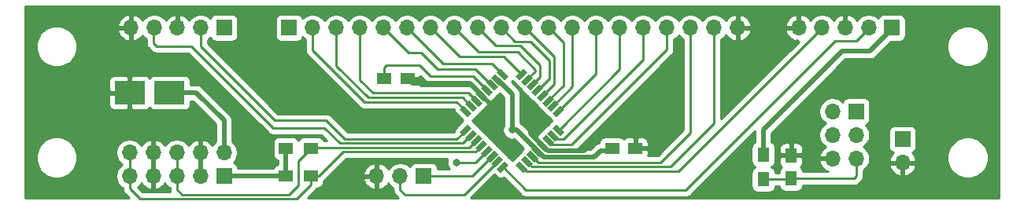
<source format=gbr>
G04 #@! TF.GenerationSoftware,KiCad,Pcbnew,(5.1.6)-1*
G04 #@! TF.CreationDate,2020-10-30T20:32:16+01:00*
G04 #@! TF.ProjectId,light-ctl,6c696768-742d-4637-946c-2e6b69636164,rev?*
G04 #@! TF.SameCoordinates,Original*
G04 #@! TF.FileFunction,Copper,L1,Top*
G04 #@! TF.FilePolarity,Positive*
%FSLAX46Y46*%
G04 Gerber Fmt 4.6, Leading zero omitted, Abs format (unit mm)*
G04 Created by KiCad (PCBNEW (5.1.6)-1) date 2020-10-30 20:32:16*
%MOMM*%
%LPD*%
G01*
G04 APERTURE LIST*
G04 #@! TA.AperFunction,SMDPad,CuDef*
%ADD10R,1.500000X1.250000*%
G04 #@! TD*
G04 #@! TA.AperFunction,SMDPad,CuDef*
%ADD11R,1.250000X1.500000*%
G04 #@! TD*
G04 #@! TA.AperFunction,ComponentPad*
%ADD12O,1.700000X1.700000*%
G04 #@! TD*
G04 #@! TA.AperFunction,ComponentPad*
%ADD13R,1.700000X1.700000*%
G04 #@! TD*
G04 #@! TA.AperFunction,SMDPad,CuDef*
%ADD14R,1.300000X1.500000*%
G04 #@! TD*
G04 #@! TA.AperFunction,SMDPad,CuDef*
%ADD15R,1.500000X1.300000*%
G04 #@! TD*
G04 #@! TA.AperFunction,SMDPad,CuDef*
%ADD16C,0.100000*%
G04 #@! TD*
G04 #@! TA.AperFunction,SMDPad,CuDef*
%ADD17R,3.200000X2.500000*%
G04 #@! TD*
G04 #@! TA.AperFunction,ViaPad*
%ADD18C,0.800000*%
G04 #@! TD*
G04 #@! TA.AperFunction,Conductor*
%ADD19C,0.250000*%
G04 #@! TD*
G04 #@! TA.AperFunction,Conductor*
%ADD20C,0.500000*%
G04 #@! TD*
G04 #@! TA.AperFunction,Conductor*
%ADD21C,0.254000*%
G04 #@! TD*
G04 APERTURE END LIST*
D10*
X139250000Y-108500000D03*
X141750000Y-108500000D03*
D11*
X183000000Y-119250000D03*
X183000000Y-116750000D03*
D10*
X166250000Y-116000000D03*
X163750000Y-116000000D03*
D12*
X112000000Y-103000000D03*
X114500000Y-103000000D03*
X117000000Y-103000000D03*
X119500000Y-103000000D03*
D13*
X122000000Y-103000000D03*
D12*
X177260000Y-103000000D03*
X174720000Y-103000000D03*
X172180000Y-103000000D03*
X169640000Y-103000000D03*
X167100000Y-103000000D03*
X164560000Y-103000000D03*
X162020000Y-103000000D03*
X159480000Y-103000000D03*
X156940000Y-103000000D03*
X154400000Y-103000000D03*
X151860000Y-103000000D03*
X149320000Y-103000000D03*
X146780000Y-103000000D03*
X144240000Y-103000000D03*
X141700000Y-103000000D03*
X139160000Y-103000000D03*
X136620000Y-103000000D03*
X134080000Y-103000000D03*
X131540000Y-103000000D03*
D13*
X129000000Y-103000000D03*
X193840000Y-103000000D03*
D12*
X191340000Y-103000000D03*
X188840000Y-103000000D03*
X186340000Y-103000000D03*
X183840000Y-103000000D03*
D13*
X122000000Y-119000000D03*
D12*
X122000000Y-116460000D03*
X119460000Y-119000000D03*
X119460000Y-116460000D03*
X116920000Y-119000000D03*
X116920000Y-116460000D03*
X114380000Y-119000000D03*
X114380000Y-116460000D03*
X111840000Y-119000000D03*
X111840000Y-116460000D03*
X138420000Y-119000000D03*
X140960000Y-119000000D03*
D13*
X143500000Y-119000000D03*
D12*
X187460000Y-117080000D03*
X190000000Y-117080000D03*
X187460000Y-114540000D03*
X190000000Y-114540000D03*
X187460000Y-112000000D03*
D13*
X190000000Y-112000000D03*
D12*
X195000000Y-117540000D03*
D13*
X195000000Y-115000000D03*
D14*
X180000000Y-119350000D03*
X180000000Y-116650000D03*
D15*
X128650000Y-119000000D03*
X131350000Y-119000000D03*
X131350000Y-116000000D03*
X128650000Y-116000000D03*
G04 #@! TA.AperFunction,SMDPad,CuDef*
D16*
G36*
X152186827Y-117348707D02*
G01*
X152611091Y-117772971D01*
X151762563Y-118621499D01*
X151338299Y-118197235D01*
X152186827Y-117348707D01*
G37*
G04 #@! TD.AperFunction*
G04 #@! TA.AperFunction,SMDPad,CuDef*
G36*
X151621142Y-116783021D02*
G01*
X152045406Y-117207285D01*
X151196878Y-118055813D01*
X150772614Y-117631549D01*
X151621142Y-116783021D01*
G37*
G04 #@! TD.AperFunction*
G04 #@! TA.AperFunction,SMDPad,CuDef*
G36*
X151055456Y-116217336D02*
G01*
X151479720Y-116641600D01*
X150631192Y-117490128D01*
X150206928Y-117065864D01*
X151055456Y-116217336D01*
G37*
G04 #@! TD.AperFunction*
G04 #@! TA.AperFunction,SMDPad,CuDef*
G36*
X150489771Y-115651651D02*
G01*
X150914035Y-116075915D01*
X150065507Y-116924443D01*
X149641243Y-116500179D01*
X150489771Y-115651651D01*
G37*
G04 #@! TD.AperFunction*
G04 #@! TA.AperFunction,SMDPad,CuDef*
G36*
X149924085Y-115085965D02*
G01*
X150348349Y-115510229D01*
X149499821Y-116358757D01*
X149075557Y-115934493D01*
X149924085Y-115085965D01*
G37*
G04 #@! TD.AperFunction*
G04 #@! TA.AperFunction,SMDPad,CuDef*
G36*
X149358400Y-114520280D02*
G01*
X149782664Y-114944544D01*
X148934136Y-115793072D01*
X148509872Y-115368808D01*
X149358400Y-114520280D01*
G37*
G04 #@! TD.AperFunction*
G04 #@! TA.AperFunction,SMDPad,CuDef*
G36*
X148792715Y-113954594D02*
G01*
X149216979Y-114378858D01*
X148368451Y-115227386D01*
X147944187Y-114803122D01*
X148792715Y-113954594D01*
G37*
G04 #@! TD.AperFunction*
G04 #@! TA.AperFunction,SMDPad,CuDef*
G36*
X148227029Y-113388909D02*
G01*
X148651293Y-113813173D01*
X147802765Y-114661701D01*
X147378501Y-114237437D01*
X148227029Y-113388909D01*
G37*
G04 #@! TD.AperFunction*
G04 #@! TA.AperFunction,SMDPad,CuDef*
G36*
X148651293Y-112186827D02*
G01*
X148227029Y-112611091D01*
X147378501Y-111762563D01*
X147802765Y-111338299D01*
X148651293Y-112186827D01*
G37*
G04 #@! TD.AperFunction*
G04 #@! TA.AperFunction,SMDPad,CuDef*
G36*
X149216979Y-111621142D02*
G01*
X148792715Y-112045406D01*
X147944187Y-111196878D01*
X148368451Y-110772614D01*
X149216979Y-111621142D01*
G37*
G04 #@! TD.AperFunction*
G04 #@! TA.AperFunction,SMDPad,CuDef*
G36*
X149782664Y-111055456D02*
G01*
X149358400Y-111479720D01*
X148509872Y-110631192D01*
X148934136Y-110206928D01*
X149782664Y-111055456D01*
G37*
G04 #@! TD.AperFunction*
G04 #@! TA.AperFunction,SMDPad,CuDef*
G36*
X150348349Y-110489771D02*
G01*
X149924085Y-110914035D01*
X149075557Y-110065507D01*
X149499821Y-109641243D01*
X150348349Y-110489771D01*
G37*
G04 #@! TD.AperFunction*
G04 #@! TA.AperFunction,SMDPad,CuDef*
G36*
X150914035Y-109924085D02*
G01*
X150489771Y-110348349D01*
X149641243Y-109499821D01*
X150065507Y-109075557D01*
X150914035Y-109924085D01*
G37*
G04 #@! TD.AperFunction*
G04 #@! TA.AperFunction,SMDPad,CuDef*
G36*
X151479720Y-109358400D02*
G01*
X151055456Y-109782664D01*
X150206928Y-108934136D01*
X150631192Y-108509872D01*
X151479720Y-109358400D01*
G37*
G04 #@! TD.AperFunction*
G04 #@! TA.AperFunction,SMDPad,CuDef*
G36*
X152045406Y-108792715D02*
G01*
X151621142Y-109216979D01*
X150772614Y-108368451D01*
X151196878Y-107944187D01*
X152045406Y-108792715D01*
G37*
G04 #@! TD.AperFunction*
G04 #@! TA.AperFunction,SMDPad,CuDef*
G36*
X152611091Y-108227029D02*
G01*
X152186827Y-108651293D01*
X151338299Y-107802765D01*
X151762563Y-107378501D01*
X152611091Y-108227029D01*
G37*
G04 #@! TD.AperFunction*
G04 #@! TA.AperFunction,SMDPad,CuDef*
G36*
X154237437Y-107378501D02*
G01*
X154661701Y-107802765D01*
X153813173Y-108651293D01*
X153388909Y-108227029D01*
X154237437Y-107378501D01*
G37*
G04 #@! TD.AperFunction*
G04 #@! TA.AperFunction,SMDPad,CuDef*
G36*
X154803122Y-107944187D02*
G01*
X155227386Y-108368451D01*
X154378858Y-109216979D01*
X153954594Y-108792715D01*
X154803122Y-107944187D01*
G37*
G04 #@! TD.AperFunction*
G04 #@! TA.AperFunction,SMDPad,CuDef*
G36*
X155368808Y-108509872D02*
G01*
X155793072Y-108934136D01*
X154944544Y-109782664D01*
X154520280Y-109358400D01*
X155368808Y-108509872D01*
G37*
G04 #@! TD.AperFunction*
G04 #@! TA.AperFunction,SMDPad,CuDef*
G36*
X155934493Y-109075557D02*
G01*
X156358757Y-109499821D01*
X155510229Y-110348349D01*
X155085965Y-109924085D01*
X155934493Y-109075557D01*
G37*
G04 #@! TD.AperFunction*
G04 #@! TA.AperFunction,SMDPad,CuDef*
G36*
X156500179Y-109641243D02*
G01*
X156924443Y-110065507D01*
X156075915Y-110914035D01*
X155651651Y-110489771D01*
X156500179Y-109641243D01*
G37*
G04 #@! TD.AperFunction*
G04 #@! TA.AperFunction,SMDPad,CuDef*
G36*
X157065864Y-110206928D02*
G01*
X157490128Y-110631192D01*
X156641600Y-111479720D01*
X156217336Y-111055456D01*
X157065864Y-110206928D01*
G37*
G04 #@! TD.AperFunction*
G04 #@! TA.AperFunction,SMDPad,CuDef*
G36*
X157631549Y-110772614D02*
G01*
X158055813Y-111196878D01*
X157207285Y-112045406D01*
X156783021Y-111621142D01*
X157631549Y-110772614D01*
G37*
G04 #@! TD.AperFunction*
G04 #@! TA.AperFunction,SMDPad,CuDef*
G36*
X158197235Y-111338299D02*
G01*
X158621499Y-111762563D01*
X157772971Y-112611091D01*
X157348707Y-112186827D01*
X158197235Y-111338299D01*
G37*
G04 #@! TD.AperFunction*
G04 #@! TA.AperFunction,SMDPad,CuDef*
G36*
X158621499Y-114237437D02*
G01*
X158197235Y-114661701D01*
X157348707Y-113813173D01*
X157772971Y-113388909D01*
X158621499Y-114237437D01*
G37*
G04 #@! TD.AperFunction*
G04 #@! TA.AperFunction,SMDPad,CuDef*
G36*
X158055813Y-114803122D02*
G01*
X157631549Y-115227386D01*
X156783021Y-114378858D01*
X157207285Y-113954594D01*
X158055813Y-114803122D01*
G37*
G04 #@! TD.AperFunction*
G04 #@! TA.AperFunction,SMDPad,CuDef*
G36*
X157490128Y-115368808D02*
G01*
X157065864Y-115793072D01*
X156217336Y-114944544D01*
X156641600Y-114520280D01*
X157490128Y-115368808D01*
G37*
G04 #@! TD.AperFunction*
G04 #@! TA.AperFunction,SMDPad,CuDef*
G36*
X156924443Y-115934493D02*
G01*
X156500179Y-116358757D01*
X155651651Y-115510229D01*
X156075915Y-115085965D01*
X156924443Y-115934493D01*
G37*
G04 #@! TD.AperFunction*
G04 #@! TA.AperFunction,SMDPad,CuDef*
G36*
X156358757Y-116500179D02*
G01*
X155934493Y-116924443D01*
X155085965Y-116075915D01*
X155510229Y-115651651D01*
X156358757Y-116500179D01*
G37*
G04 #@! TD.AperFunction*
G04 #@! TA.AperFunction,SMDPad,CuDef*
G36*
X155793072Y-117065864D02*
G01*
X155368808Y-117490128D01*
X154520280Y-116641600D01*
X154944544Y-116217336D01*
X155793072Y-117065864D01*
G37*
G04 #@! TD.AperFunction*
G04 #@! TA.AperFunction,SMDPad,CuDef*
G36*
X155227386Y-117631549D02*
G01*
X154803122Y-118055813D01*
X153954594Y-117207285D01*
X154378858Y-116783021D01*
X155227386Y-117631549D01*
G37*
G04 #@! TD.AperFunction*
G04 #@! TA.AperFunction,SMDPad,CuDef*
G36*
X154661701Y-118197235D02*
G01*
X154237437Y-118621499D01*
X153388909Y-117772971D01*
X153813173Y-117348707D01*
X154661701Y-118197235D01*
G37*
G04 #@! TD.AperFunction*
D17*
X111850000Y-110000000D03*
X116150000Y-110000000D03*
D18*
X151000000Y-113000000D03*
X167000000Y-114000000D03*
X155000000Y-113000000D03*
X147000000Y-117500000D03*
X153000000Y-114000000D03*
D19*
X139250000Y-107250000D02*
X139250000Y-108500000D01*
X150277639Y-109711953D02*
X148782843Y-108217157D01*
X148782843Y-108217157D02*
X144217157Y-108217157D01*
X144217157Y-108217157D02*
X143000000Y-107000000D01*
X143000000Y-107000000D02*
X139500000Y-107000000D01*
X139500000Y-107000000D02*
X139250000Y-107250000D01*
D20*
X151000000Y-111565686D02*
X151000000Y-113000000D01*
X149711953Y-110277639D02*
X151000000Y-111565686D01*
X149711953Y-110277639D02*
X148434314Y-109000000D01*
X142250000Y-109000000D02*
X141750000Y-108500000D01*
X148434314Y-109000000D02*
X142250000Y-109000000D01*
X155000000Y-114434314D02*
X155000000Y-113000000D01*
X156288047Y-115722361D02*
X155000000Y-114434314D01*
X156808768Y-116243082D02*
X156288047Y-115722361D01*
X160756918Y-116243082D02*
X156808768Y-116243082D01*
X167000000Y-114000000D02*
X163000000Y-114000000D01*
X163000000Y-114000000D02*
X160756918Y-116243082D01*
D19*
X182900000Y-119350000D02*
X183000000Y-119250000D01*
X180000000Y-119350000D02*
X182900000Y-119350000D01*
X150277639Y-116288047D02*
X149065686Y-117500000D01*
X149065686Y-117500000D02*
X147000000Y-117500000D01*
X183000000Y-119250000D02*
X189750000Y-119250000D01*
X190000000Y-119000000D02*
X190000000Y-117080000D01*
X189750000Y-119250000D02*
X190000000Y-119000000D01*
D20*
X122000000Y-119000000D02*
X128650000Y-119000000D01*
X128650000Y-119000000D02*
X128650000Y-116000000D01*
X116150000Y-110000000D02*
X119000000Y-110000000D01*
X122000000Y-113000000D02*
X122000000Y-116460000D01*
X119000000Y-110000000D02*
X122000000Y-113000000D01*
X153434314Y-114000000D02*
X153000000Y-114000000D01*
X155722361Y-116288047D02*
X153434314Y-114000000D01*
X153000000Y-110171573D02*
X153000000Y-114000000D01*
X151409010Y-108580583D02*
X153000000Y-110171573D01*
X161806907Y-116943093D02*
X161941233Y-116808767D01*
X156377407Y-116943093D02*
X161806907Y-116943093D01*
X155722361Y-116288047D02*
X156377407Y-116943093D01*
X162500000Y-116250000D02*
X161806907Y-116943093D01*
X164000000Y-116250000D02*
X162500000Y-116250000D01*
X192000000Y-105000000D02*
X194000000Y-103000000D01*
X180000000Y-116650000D02*
X180000000Y-114000000D01*
X191500000Y-105500000D02*
X192000000Y-105000000D01*
X188500000Y-105500000D02*
X191500000Y-105500000D01*
X180000000Y-114000000D02*
X188500000Y-105500000D01*
D19*
X114760000Y-105000000D02*
X114380000Y-104620000D01*
X148580583Y-114590990D02*
X147721565Y-115450008D01*
X147721565Y-115450008D02*
X134450008Y-115450008D01*
X127310000Y-113810000D02*
X118500000Y-105000000D01*
X118500000Y-105000000D02*
X114760000Y-105000000D01*
X134450008Y-115450008D02*
X132810000Y-113810000D01*
X114380000Y-104620000D02*
X114380000Y-103000000D01*
X132810000Y-113810000D02*
X127310000Y-113810000D01*
X147040202Y-115000000D02*
X148014897Y-114025305D01*
X135000000Y-115000000D02*
X147040202Y-115000000D01*
X133000000Y-113000000D02*
X135000000Y-115000000D01*
X127500000Y-113000000D02*
X133000000Y-113000000D01*
X119460000Y-104960000D02*
X127500000Y-113000000D01*
X119460000Y-103000000D02*
X119460000Y-104960000D01*
X174720000Y-110280000D02*
X174720000Y-103000000D01*
X174720000Y-113280000D02*
X174720000Y-110280000D01*
X170031886Y-117968114D02*
X174720000Y-113280000D01*
X154590990Y-117419417D02*
X155139687Y-117968114D01*
X155139687Y-117968114D02*
X170031886Y-117968114D01*
X172180000Y-114320000D02*
X172180000Y-111820000D01*
X168981897Y-117518103D02*
X172180000Y-114320000D01*
X172180000Y-111820000D02*
X172180000Y-103000000D01*
X155156676Y-116853732D02*
X155821048Y-117518103D01*
X155821048Y-117518103D02*
X168981897Y-117518103D01*
X159419060Y-115580940D02*
X169640000Y-105360000D01*
X156853732Y-115156676D02*
X157277996Y-115580940D01*
X169640000Y-105360000D02*
X169640000Y-103000000D01*
X157277996Y-115580940D02*
X159419060Y-115580940D01*
X167100000Y-106450401D02*
X158535147Y-115015254D01*
X157843681Y-115015254D02*
X157419417Y-114590990D01*
X167100000Y-103000000D02*
X167100000Y-106450401D01*
X158535147Y-115015254D02*
X157843681Y-115015254D01*
X164560000Y-107450408D02*
X157985103Y-114025305D01*
X164560000Y-103000000D02*
X164560000Y-107450408D01*
X162020000Y-107939798D02*
X157985103Y-111974695D01*
X162020000Y-103000000D02*
X162020000Y-107939798D01*
X159480000Y-109348427D02*
X157419417Y-111409010D01*
X159480000Y-103000000D02*
X159480000Y-109348427D01*
X157848528Y-103908528D02*
X156940000Y-103000000D01*
X156853732Y-110843324D02*
X158500000Y-109197056D01*
X158500000Y-104560000D02*
X157848528Y-103908528D01*
X158500000Y-109197056D02*
X158500000Y-104560000D01*
X157000000Y-105600000D02*
X154400000Y-103000000D01*
X157532843Y-106132843D02*
X157000000Y-105600000D01*
X157532843Y-109032843D02*
X157532843Y-106132843D01*
X156288047Y-110277639D02*
X157532843Y-109032843D01*
X157000000Y-108434314D02*
X157000000Y-106500000D01*
X153319978Y-104459978D02*
X151860000Y-103000000D01*
X155722361Y-109711953D02*
X157000000Y-108434314D01*
X157000000Y-106500000D02*
X154959978Y-104459978D01*
X154959978Y-104459978D02*
X153319978Y-104459978D01*
X151229989Y-104909989D02*
X149320000Y-103000000D01*
X153909989Y-104909989D02*
X151229989Y-104909989D01*
X156000000Y-108302944D02*
X156000000Y-107000000D01*
X156000000Y-107000000D02*
X153909989Y-104909989D01*
X155156676Y-109146268D02*
X156000000Y-108302944D01*
X144700000Y-106000000D02*
X141700000Y-103000000D01*
X145593228Y-106893228D02*
X144700000Y-106000000D01*
X151974695Y-108014897D02*
X150853026Y-106893228D01*
X150853026Y-106893228D02*
X145593228Y-106893228D01*
X146315023Y-105075023D02*
X144240000Y-103000000D01*
X147315023Y-106075023D02*
X146315023Y-105075023D01*
X154025305Y-108014897D02*
X152085431Y-106075023D01*
X152085431Y-106075023D02*
X147315023Y-106075023D01*
X149140000Y-105360000D02*
X146780000Y-103000000D01*
X155500000Y-107671573D02*
X155500000Y-107500000D01*
X153590714Y-105590714D02*
X149370714Y-105590714D01*
X154590990Y-108580583D02*
X155500000Y-107671573D01*
X155500000Y-107500000D02*
X153590714Y-105590714D01*
X149370714Y-105590714D02*
X149140000Y-105360000D01*
X131540000Y-105460000D02*
X131540000Y-103000000D01*
X137080000Y-111000000D02*
X131540000Y-105460000D01*
X147040202Y-111000000D02*
X137080000Y-111000000D01*
X148014897Y-111974695D02*
X147040202Y-111000000D01*
X190035010Y-104424990D02*
X191460000Y-103000000D01*
X171681608Y-120505204D02*
X187761822Y-104424990D01*
X154494796Y-120505204D02*
X171681608Y-120505204D01*
X187761822Y-104424990D02*
X190035010Y-104424990D01*
X151974695Y-117985103D02*
X154494796Y-120505204D01*
X186380000Y-103000000D02*
X170904968Y-118475032D01*
X170904968Y-118475032D02*
X154515234Y-118475032D01*
X154515234Y-118475032D02*
X154025305Y-117985103D01*
X111840000Y-119000000D02*
X111840000Y-116460000D01*
X131350000Y-119900000D02*
X131350000Y-119000000D01*
X112950011Y-121450011D02*
X129799989Y-121450011D01*
X129799989Y-121450011D02*
X131350000Y-119900000D01*
X111840000Y-119000000D02*
X111840000Y-120340000D01*
X111840000Y-120340000D02*
X112950011Y-121450011D01*
X149711953Y-115722361D02*
X149084286Y-116350028D01*
X132200056Y-119000000D02*
X134850028Y-116350028D01*
X131350000Y-119000000D02*
X132200056Y-119000000D01*
X149084286Y-116350028D02*
X134850028Y-116350028D01*
X149146268Y-115156676D02*
X148402925Y-115900019D01*
X131449981Y-115900019D02*
X131350000Y-116000000D01*
X148402925Y-115900019D02*
X131449981Y-115900019D01*
X116920000Y-119000000D02*
X116920000Y-116460000D01*
X130000000Y-117350000D02*
X131350000Y-116000000D01*
X116920000Y-120420000D02*
X117500000Y-121000000D01*
X117500000Y-121000000D02*
X129000000Y-121000000D01*
X129000000Y-121000000D02*
X130000000Y-120000000D01*
X116920000Y-119000000D02*
X116920000Y-120420000D01*
X130000000Y-120000000D02*
X130000000Y-117350000D01*
X151409010Y-117419417D02*
X147828427Y-121000000D01*
X147828427Y-121000000D02*
X141500000Y-121000000D01*
X140960000Y-120460000D02*
X140960000Y-119000000D01*
X141500000Y-121000000D02*
X140960000Y-120460000D01*
X148697056Y-119000000D02*
X143500000Y-119000000D01*
X150843324Y-116853732D02*
X148697056Y-119000000D01*
X141830000Y-105670000D02*
X139160000Y-103000000D01*
X150723402Y-109146268D02*
X149038567Y-107461433D01*
X149038567Y-107461433D02*
X144961433Y-107461433D01*
X150843324Y-109146268D02*
X150723402Y-109146268D01*
X144961433Y-107461433D02*
X143170000Y-105670000D01*
X143170000Y-105670000D02*
X141830000Y-105670000D01*
X136620000Y-103000000D02*
X136620000Y-108620000D01*
X148302944Y-110000000D02*
X138000000Y-110000000D01*
X149146268Y-110843324D02*
X148302944Y-110000000D01*
X136620000Y-108620000D02*
X138000000Y-110000000D01*
X134080000Y-107080000D02*
X134080000Y-103000000D01*
X147671573Y-110500000D02*
X137500000Y-110500000D01*
X148580583Y-111409010D02*
X147671573Y-110500000D01*
X137500000Y-110500000D02*
X134080000Y-107080000D01*
D21*
G36*
X146004774Y-117198102D02*
G01*
X145965000Y-117398061D01*
X145965000Y-117601939D01*
X146004774Y-117801898D01*
X146082795Y-117990256D01*
X146196063Y-118159774D01*
X146276289Y-118240000D01*
X144988072Y-118240000D01*
X144988072Y-118150000D01*
X144975812Y-118025518D01*
X144939502Y-117905820D01*
X144880537Y-117795506D01*
X144801185Y-117698815D01*
X144704494Y-117619463D01*
X144594180Y-117560498D01*
X144474482Y-117524188D01*
X144350000Y-117511928D01*
X142650000Y-117511928D01*
X142525518Y-117524188D01*
X142405820Y-117560498D01*
X142295506Y-117619463D01*
X142198815Y-117698815D01*
X142119463Y-117795506D01*
X142060498Y-117905820D01*
X142038487Y-117978380D01*
X141906632Y-117846525D01*
X141663411Y-117684010D01*
X141393158Y-117572068D01*
X141106260Y-117515000D01*
X140813740Y-117515000D01*
X140526842Y-117572068D01*
X140256589Y-117684010D01*
X140013368Y-117846525D01*
X139806525Y-118053368D01*
X139684805Y-118235534D01*
X139615178Y-118118645D01*
X139420269Y-117902412D01*
X139186920Y-117728359D01*
X138924099Y-117603175D01*
X138776890Y-117558524D01*
X138547000Y-117679845D01*
X138547000Y-118873000D01*
X138567000Y-118873000D01*
X138567000Y-119127000D01*
X138547000Y-119127000D01*
X138547000Y-120320155D01*
X138776890Y-120441476D01*
X138924099Y-120396825D01*
X139186920Y-120271641D01*
X139420269Y-120097588D01*
X139615178Y-119881355D01*
X139684805Y-119764466D01*
X139806525Y-119946632D01*
X140013368Y-120153475D01*
X140200000Y-120278179D01*
X140200000Y-120422677D01*
X140196324Y-120460000D01*
X140200000Y-120497322D01*
X140200000Y-120497332D01*
X140210997Y-120608985D01*
X140252094Y-120744465D01*
X140254454Y-120752246D01*
X140325026Y-120884276D01*
X140364871Y-120932826D01*
X140419999Y-121000001D01*
X140449002Y-121023803D01*
X140765198Y-121340000D01*
X130984801Y-121340000D01*
X131861004Y-120463798D01*
X131890001Y-120440001D01*
X131984974Y-120324276D01*
X132004326Y-120288072D01*
X132100000Y-120288072D01*
X132224482Y-120275812D01*
X132344180Y-120239502D01*
X132454494Y-120180537D01*
X132551185Y-120101185D01*
X132630537Y-120004494D01*
X132689502Y-119894180D01*
X132725812Y-119774482D01*
X132738072Y-119650000D01*
X132738072Y-119541630D01*
X132740057Y-119540001D01*
X132763860Y-119510997D01*
X132917966Y-119356891D01*
X136978519Y-119356891D01*
X137075843Y-119631252D01*
X137224822Y-119881355D01*
X137419731Y-120097588D01*
X137653080Y-120271641D01*
X137915901Y-120396825D01*
X138063110Y-120441476D01*
X138293000Y-120320155D01*
X138293000Y-119127000D01*
X137099186Y-119127000D01*
X136978519Y-119356891D01*
X132917966Y-119356891D01*
X133631748Y-118643109D01*
X136978519Y-118643109D01*
X137099186Y-118873000D01*
X138293000Y-118873000D01*
X138293000Y-117679845D01*
X138063110Y-117558524D01*
X137915901Y-117603175D01*
X137653080Y-117728359D01*
X137419731Y-117902412D01*
X137224822Y-118118645D01*
X137075843Y-118368748D01*
X136978519Y-118643109D01*
X133631748Y-118643109D01*
X135164830Y-117110028D01*
X146041256Y-117110028D01*
X146004774Y-117198102D01*
G37*
X146004774Y-117198102D02*
X145965000Y-117398061D01*
X145965000Y-117601939D01*
X146004774Y-117801898D01*
X146082795Y-117990256D01*
X146196063Y-118159774D01*
X146276289Y-118240000D01*
X144988072Y-118240000D01*
X144988072Y-118150000D01*
X144975812Y-118025518D01*
X144939502Y-117905820D01*
X144880537Y-117795506D01*
X144801185Y-117698815D01*
X144704494Y-117619463D01*
X144594180Y-117560498D01*
X144474482Y-117524188D01*
X144350000Y-117511928D01*
X142650000Y-117511928D01*
X142525518Y-117524188D01*
X142405820Y-117560498D01*
X142295506Y-117619463D01*
X142198815Y-117698815D01*
X142119463Y-117795506D01*
X142060498Y-117905820D01*
X142038487Y-117978380D01*
X141906632Y-117846525D01*
X141663411Y-117684010D01*
X141393158Y-117572068D01*
X141106260Y-117515000D01*
X140813740Y-117515000D01*
X140526842Y-117572068D01*
X140256589Y-117684010D01*
X140013368Y-117846525D01*
X139806525Y-118053368D01*
X139684805Y-118235534D01*
X139615178Y-118118645D01*
X139420269Y-117902412D01*
X139186920Y-117728359D01*
X138924099Y-117603175D01*
X138776890Y-117558524D01*
X138547000Y-117679845D01*
X138547000Y-118873000D01*
X138567000Y-118873000D01*
X138567000Y-119127000D01*
X138547000Y-119127000D01*
X138547000Y-120320155D01*
X138776890Y-120441476D01*
X138924099Y-120396825D01*
X139186920Y-120271641D01*
X139420269Y-120097588D01*
X139615178Y-119881355D01*
X139684805Y-119764466D01*
X139806525Y-119946632D01*
X140013368Y-120153475D01*
X140200000Y-120278179D01*
X140200000Y-120422677D01*
X140196324Y-120460000D01*
X140200000Y-120497322D01*
X140200000Y-120497332D01*
X140210997Y-120608985D01*
X140252094Y-120744465D01*
X140254454Y-120752246D01*
X140325026Y-120884276D01*
X140364871Y-120932826D01*
X140419999Y-121000001D01*
X140449002Y-121023803D01*
X140765198Y-121340000D01*
X130984801Y-121340000D01*
X131861004Y-120463798D01*
X131890001Y-120440001D01*
X131984974Y-120324276D01*
X132004326Y-120288072D01*
X132100000Y-120288072D01*
X132224482Y-120275812D01*
X132344180Y-120239502D01*
X132454494Y-120180537D01*
X132551185Y-120101185D01*
X132630537Y-120004494D01*
X132689502Y-119894180D01*
X132725812Y-119774482D01*
X132738072Y-119650000D01*
X132738072Y-119541630D01*
X132740057Y-119540001D01*
X132763860Y-119510997D01*
X132917966Y-119356891D01*
X136978519Y-119356891D01*
X137075843Y-119631252D01*
X137224822Y-119881355D01*
X137419731Y-120097588D01*
X137653080Y-120271641D01*
X137915901Y-120396825D01*
X138063110Y-120441476D01*
X138293000Y-120320155D01*
X138293000Y-119127000D01*
X137099186Y-119127000D01*
X136978519Y-119356891D01*
X132917966Y-119356891D01*
X133631748Y-118643109D01*
X136978519Y-118643109D01*
X137099186Y-118873000D01*
X138293000Y-118873000D01*
X138293000Y-117679845D01*
X138063110Y-117558524D01*
X137915901Y-117603175D01*
X137653080Y-117728359D01*
X137419731Y-117902412D01*
X137224822Y-118118645D01*
X137075843Y-118368748D01*
X136978519Y-118643109D01*
X133631748Y-118643109D01*
X135164830Y-117110028D01*
X146041256Y-117110028D01*
X146004774Y-117198102D01*
G36*
X205340000Y-121340000D02*
G01*
X148563228Y-121340000D01*
X151070961Y-118832267D01*
X151311378Y-119072684D01*
X151408069Y-119152036D01*
X151518383Y-119211001D01*
X151638081Y-119247311D01*
X151762563Y-119259571D01*
X151887045Y-119247311D01*
X152006743Y-119211001D01*
X152084323Y-119169533D01*
X153930997Y-121016207D01*
X153954795Y-121045205D01*
X153983793Y-121069003D01*
X154070519Y-121140178D01*
X154199281Y-121209003D01*
X154202549Y-121210750D01*
X154345810Y-121254207D01*
X154457463Y-121265204D01*
X154457473Y-121265204D01*
X154494795Y-121268880D01*
X154532118Y-121265204D01*
X171644286Y-121265204D01*
X171681608Y-121268880D01*
X171718930Y-121265204D01*
X171718941Y-121265204D01*
X171830594Y-121254207D01*
X171973855Y-121210750D01*
X172105884Y-121140178D01*
X172221609Y-121045205D01*
X172245412Y-121016201D01*
X179115001Y-114146612D01*
X179115001Y-115307713D01*
X179105820Y-115310498D01*
X178995506Y-115369463D01*
X178898815Y-115448815D01*
X178819463Y-115545506D01*
X178760498Y-115655820D01*
X178724188Y-115775518D01*
X178711928Y-115900000D01*
X178711928Y-117400000D01*
X178724188Y-117524482D01*
X178760498Y-117644180D01*
X178819463Y-117754494D01*
X178898815Y-117851185D01*
X178995506Y-117930537D01*
X179105820Y-117989502D01*
X179140427Y-118000000D01*
X179105820Y-118010498D01*
X178995506Y-118069463D01*
X178898815Y-118148815D01*
X178819463Y-118245506D01*
X178760498Y-118355820D01*
X178724188Y-118475518D01*
X178711928Y-118600000D01*
X178711928Y-120100000D01*
X178724188Y-120224482D01*
X178760498Y-120344180D01*
X178819463Y-120454494D01*
X178898815Y-120551185D01*
X178995506Y-120630537D01*
X179105820Y-120689502D01*
X179225518Y-120725812D01*
X179350000Y-120738072D01*
X180650000Y-120738072D01*
X180774482Y-120725812D01*
X180894180Y-120689502D01*
X181004494Y-120630537D01*
X181101185Y-120551185D01*
X181180537Y-120454494D01*
X181239502Y-120344180D01*
X181275812Y-120224482D01*
X181287087Y-120110000D01*
X181747762Y-120110000D01*
X181749188Y-120124482D01*
X181785498Y-120244180D01*
X181844463Y-120354494D01*
X181923815Y-120451185D01*
X182020506Y-120530537D01*
X182130820Y-120589502D01*
X182250518Y-120625812D01*
X182375000Y-120638072D01*
X183625000Y-120638072D01*
X183749482Y-120625812D01*
X183869180Y-120589502D01*
X183979494Y-120530537D01*
X184076185Y-120451185D01*
X184155537Y-120354494D01*
X184214502Y-120244180D01*
X184250812Y-120124482D01*
X184262087Y-120010000D01*
X189712678Y-120010000D01*
X189750000Y-120013676D01*
X189787322Y-120010000D01*
X189787333Y-120010000D01*
X189898986Y-119999003D01*
X190042247Y-119955546D01*
X190174276Y-119884974D01*
X190290001Y-119790001D01*
X190313803Y-119760998D01*
X190511003Y-119563799D01*
X190540001Y-119540001D01*
X190634974Y-119424276D01*
X190705546Y-119292247D01*
X190749003Y-119148986D01*
X190760000Y-119037333D01*
X190760000Y-119037324D01*
X190763676Y-119000001D01*
X190760000Y-118962678D01*
X190760000Y-118358178D01*
X190946632Y-118233475D01*
X191153475Y-118026632D01*
X191240165Y-117896890D01*
X193558524Y-117896890D01*
X193603175Y-118044099D01*
X193728359Y-118306920D01*
X193902412Y-118540269D01*
X194118645Y-118735178D01*
X194368748Y-118884157D01*
X194643109Y-118981481D01*
X194873000Y-118860814D01*
X194873000Y-117667000D01*
X195127000Y-117667000D01*
X195127000Y-118860814D01*
X195356891Y-118981481D01*
X195631252Y-118884157D01*
X195881355Y-118735178D01*
X196097588Y-118540269D01*
X196271641Y-118306920D01*
X196396825Y-118044099D01*
X196441476Y-117896890D01*
X196320155Y-117667000D01*
X195127000Y-117667000D01*
X194873000Y-117667000D01*
X193679845Y-117667000D01*
X193558524Y-117896890D01*
X191240165Y-117896890D01*
X191315990Y-117783411D01*
X191427932Y-117513158D01*
X191485000Y-117226260D01*
X191485000Y-116933740D01*
X191427932Y-116646842D01*
X191315990Y-116376589D01*
X191153475Y-116133368D01*
X190946632Y-115926525D01*
X190772240Y-115810000D01*
X190946632Y-115693475D01*
X191153475Y-115486632D01*
X191315990Y-115243411D01*
X191427932Y-114973158D01*
X191485000Y-114686260D01*
X191485000Y-114393740D01*
X191436517Y-114150000D01*
X193511928Y-114150000D01*
X193511928Y-115850000D01*
X193524188Y-115974482D01*
X193560498Y-116094180D01*
X193619463Y-116204494D01*
X193698815Y-116301185D01*
X193795506Y-116380537D01*
X193905820Y-116439502D01*
X193986466Y-116463966D01*
X193902412Y-116539731D01*
X193728359Y-116773080D01*
X193603175Y-117035901D01*
X193558524Y-117183110D01*
X193679845Y-117413000D01*
X194873000Y-117413000D01*
X194873000Y-117393000D01*
X195127000Y-117393000D01*
X195127000Y-117413000D01*
X196320155Y-117413000D01*
X196441476Y-117183110D01*
X196396825Y-117035901D01*
X196274877Y-116779872D01*
X199765000Y-116779872D01*
X199765000Y-117220128D01*
X199850890Y-117651925D01*
X200019369Y-118058669D01*
X200263962Y-118424729D01*
X200575271Y-118736038D01*
X200941331Y-118980631D01*
X201348075Y-119149110D01*
X201779872Y-119235000D01*
X202220128Y-119235000D01*
X202651925Y-119149110D01*
X203058669Y-118980631D01*
X203424729Y-118736038D01*
X203736038Y-118424729D01*
X203980631Y-118058669D01*
X204149110Y-117651925D01*
X204235000Y-117220128D01*
X204235000Y-116779872D01*
X204149110Y-116348075D01*
X203980631Y-115941331D01*
X203736038Y-115575271D01*
X203424729Y-115263962D01*
X203058669Y-115019369D01*
X202651925Y-114850890D01*
X202220128Y-114765000D01*
X201779872Y-114765000D01*
X201348075Y-114850890D01*
X200941331Y-115019369D01*
X200575271Y-115263962D01*
X200263962Y-115575271D01*
X200019369Y-115941331D01*
X199850890Y-116348075D01*
X199765000Y-116779872D01*
X196274877Y-116779872D01*
X196271641Y-116773080D01*
X196097588Y-116539731D01*
X196013534Y-116463966D01*
X196094180Y-116439502D01*
X196204494Y-116380537D01*
X196301185Y-116301185D01*
X196380537Y-116204494D01*
X196439502Y-116094180D01*
X196475812Y-115974482D01*
X196488072Y-115850000D01*
X196488072Y-114150000D01*
X196475812Y-114025518D01*
X196439502Y-113905820D01*
X196380537Y-113795506D01*
X196301185Y-113698815D01*
X196204494Y-113619463D01*
X196094180Y-113560498D01*
X195974482Y-113524188D01*
X195850000Y-113511928D01*
X194150000Y-113511928D01*
X194025518Y-113524188D01*
X193905820Y-113560498D01*
X193795506Y-113619463D01*
X193698815Y-113698815D01*
X193619463Y-113795506D01*
X193560498Y-113905820D01*
X193524188Y-114025518D01*
X193511928Y-114150000D01*
X191436517Y-114150000D01*
X191427932Y-114106842D01*
X191315990Y-113836589D01*
X191153475Y-113593368D01*
X191021620Y-113461513D01*
X191094180Y-113439502D01*
X191204494Y-113380537D01*
X191301185Y-113301185D01*
X191380537Y-113204494D01*
X191439502Y-113094180D01*
X191475812Y-112974482D01*
X191488072Y-112850000D01*
X191488072Y-111150000D01*
X191475812Y-111025518D01*
X191439502Y-110905820D01*
X191380537Y-110795506D01*
X191301185Y-110698815D01*
X191204494Y-110619463D01*
X191094180Y-110560498D01*
X190974482Y-110524188D01*
X190850000Y-110511928D01*
X189150000Y-110511928D01*
X189025518Y-110524188D01*
X188905820Y-110560498D01*
X188795506Y-110619463D01*
X188698815Y-110698815D01*
X188619463Y-110795506D01*
X188560498Y-110905820D01*
X188538487Y-110978380D01*
X188406632Y-110846525D01*
X188163411Y-110684010D01*
X187893158Y-110572068D01*
X187606260Y-110515000D01*
X187313740Y-110515000D01*
X187026842Y-110572068D01*
X186756589Y-110684010D01*
X186513368Y-110846525D01*
X186306525Y-111053368D01*
X186144010Y-111296589D01*
X186032068Y-111566842D01*
X185975000Y-111853740D01*
X185975000Y-112146260D01*
X186032068Y-112433158D01*
X186144010Y-112703411D01*
X186306525Y-112946632D01*
X186513368Y-113153475D01*
X186687760Y-113270000D01*
X186513368Y-113386525D01*
X186306525Y-113593368D01*
X186144010Y-113836589D01*
X186032068Y-114106842D01*
X185975000Y-114393740D01*
X185975000Y-114686260D01*
X186032068Y-114973158D01*
X186144010Y-115243411D01*
X186306525Y-115486632D01*
X186513368Y-115693475D01*
X186695534Y-115815195D01*
X186578645Y-115884822D01*
X186362412Y-116079731D01*
X186188359Y-116313080D01*
X186063175Y-116575901D01*
X186018524Y-116723110D01*
X186139845Y-116953000D01*
X187333000Y-116953000D01*
X187333000Y-116933000D01*
X187587000Y-116933000D01*
X187587000Y-116953000D01*
X187607000Y-116953000D01*
X187607000Y-117207000D01*
X187587000Y-117207000D01*
X187587000Y-117227000D01*
X187333000Y-117227000D01*
X187333000Y-117207000D01*
X186139845Y-117207000D01*
X186018524Y-117436890D01*
X186063175Y-117584099D01*
X186188359Y-117846920D01*
X186362412Y-118080269D01*
X186578645Y-118275178D01*
X186828748Y-118424157D01*
X187014363Y-118490000D01*
X184262087Y-118490000D01*
X184250812Y-118375518D01*
X184214502Y-118255820D01*
X184155537Y-118145506D01*
X184076185Y-118048815D01*
X184016704Y-118000000D01*
X184076185Y-117951185D01*
X184155537Y-117854494D01*
X184214502Y-117744180D01*
X184250812Y-117624482D01*
X184263072Y-117500000D01*
X184260000Y-117035750D01*
X184101250Y-116877000D01*
X183127000Y-116877000D01*
X183127000Y-116897000D01*
X182873000Y-116897000D01*
X182873000Y-116877000D01*
X181898750Y-116877000D01*
X181740000Y-117035750D01*
X181736928Y-117500000D01*
X181749188Y-117624482D01*
X181785498Y-117744180D01*
X181844463Y-117854494D01*
X181923815Y-117951185D01*
X181983296Y-118000000D01*
X181923815Y-118048815D01*
X181844463Y-118145506D01*
X181785498Y-118255820D01*
X181749188Y-118375518D01*
X181736928Y-118500000D01*
X181736928Y-118590000D01*
X181287087Y-118590000D01*
X181275812Y-118475518D01*
X181239502Y-118355820D01*
X181180537Y-118245506D01*
X181101185Y-118148815D01*
X181004494Y-118069463D01*
X180894180Y-118010498D01*
X180859573Y-118000000D01*
X180894180Y-117989502D01*
X181004494Y-117930537D01*
X181101185Y-117851185D01*
X181180537Y-117754494D01*
X181239502Y-117644180D01*
X181275812Y-117524482D01*
X181288072Y-117400000D01*
X181288072Y-116000000D01*
X181736928Y-116000000D01*
X181740000Y-116464250D01*
X181898750Y-116623000D01*
X182873000Y-116623000D01*
X182873000Y-115523750D01*
X183127000Y-115523750D01*
X183127000Y-116623000D01*
X184101250Y-116623000D01*
X184260000Y-116464250D01*
X184263072Y-116000000D01*
X184250812Y-115875518D01*
X184214502Y-115755820D01*
X184155537Y-115645506D01*
X184076185Y-115548815D01*
X183979494Y-115469463D01*
X183869180Y-115410498D01*
X183749482Y-115374188D01*
X183625000Y-115361928D01*
X183285750Y-115365000D01*
X183127000Y-115523750D01*
X182873000Y-115523750D01*
X182714250Y-115365000D01*
X182375000Y-115361928D01*
X182250518Y-115374188D01*
X182130820Y-115410498D01*
X182020506Y-115469463D01*
X181923815Y-115548815D01*
X181844463Y-115645506D01*
X181785498Y-115755820D01*
X181749188Y-115875518D01*
X181736928Y-116000000D01*
X181288072Y-116000000D01*
X181288072Y-115900000D01*
X181275812Y-115775518D01*
X181239502Y-115655820D01*
X181180537Y-115545506D01*
X181101185Y-115448815D01*
X181004494Y-115369463D01*
X180894180Y-115310498D01*
X180885000Y-115307713D01*
X180885000Y-114366578D01*
X188866579Y-106385000D01*
X191456531Y-106385000D01*
X191500000Y-106389281D01*
X191543469Y-106385000D01*
X191543477Y-106385000D01*
X191673490Y-106372195D01*
X191840313Y-106321589D01*
X191994059Y-106239411D01*
X192128817Y-106128817D01*
X192156534Y-106095044D01*
X192656532Y-105595046D01*
X193471706Y-104779872D01*
X199765000Y-104779872D01*
X199765000Y-105220128D01*
X199850890Y-105651925D01*
X200019369Y-106058669D01*
X200263962Y-106424729D01*
X200575271Y-106736038D01*
X200941331Y-106980631D01*
X201348075Y-107149110D01*
X201779872Y-107235000D01*
X202220128Y-107235000D01*
X202651925Y-107149110D01*
X203058669Y-106980631D01*
X203424729Y-106736038D01*
X203736038Y-106424729D01*
X203980631Y-106058669D01*
X204149110Y-105651925D01*
X204235000Y-105220128D01*
X204235000Y-104779872D01*
X204149110Y-104348075D01*
X203980631Y-103941331D01*
X203736038Y-103575271D01*
X203424729Y-103263962D01*
X203058669Y-103019369D01*
X202651925Y-102850890D01*
X202220128Y-102765000D01*
X201779872Y-102765000D01*
X201348075Y-102850890D01*
X200941331Y-103019369D01*
X200575271Y-103263962D01*
X200263962Y-103575271D01*
X200019369Y-103941331D01*
X199850890Y-104348075D01*
X199765000Y-104779872D01*
X193471706Y-104779872D01*
X193763507Y-104488072D01*
X194690000Y-104488072D01*
X194814482Y-104475812D01*
X194934180Y-104439502D01*
X195044494Y-104380537D01*
X195141185Y-104301185D01*
X195220537Y-104204494D01*
X195279502Y-104094180D01*
X195315812Y-103974482D01*
X195328072Y-103850000D01*
X195328072Y-102150000D01*
X195315812Y-102025518D01*
X195279502Y-101905820D01*
X195220537Y-101795506D01*
X195141185Y-101698815D01*
X195044494Y-101619463D01*
X194934180Y-101560498D01*
X194814482Y-101524188D01*
X194690000Y-101511928D01*
X192990000Y-101511928D01*
X192865518Y-101524188D01*
X192745820Y-101560498D01*
X192635506Y-101619463D01*
X192538815Y-101698815D01*
X192459463Y-101795506D01*
X192400498Y-101905820D01*
X192387797Y-101947690D01*
X192286632Y-101846525D01*
X192043411Y-101684010D01*
X191773158Y-101572068D01*
X191486260Y-101515000D01*
X191193740Y-101515000D01*
X190906842Y-101572068D01*
X190636589Y-101684010D01*
X190393368Y-101846525D01*
X190186525Y-102053368D01*
X190085953Y-102203885D01*
X190035178Y-102118645D01*
X189840269Y-101902412D01*
X189606920Y-101728359D01*
X189344099Y-101603175D01*
X189196890Y-101558524D01*
X188967000Y-101679845D01*
X188967000Y-102873000D01*
X188987000Y-102873000D01*
X188987000Y-103127000D01*
X188967000Y-103127000D01*
X188967000Y-103147000D01*
X188713000Y-103147000D01*
X188713000Y-103127000D01*
X188693000Y-103127000D01*
X188693000Y-102873000D01*
X188713000Y-102873000D01*
X188713000Y-101679845D01*
X188483110Y-101558524D01*
X188335901Y-101603175D01*
X188073080Y-101728359D01*
X187839731Y-101902412D01*
X187644822Y-102118645D01*
X187594047Y-102203885D01*
X187493475Y-102053368D01*
X187286632Y-101846525D01*
X187043411Y-101684010D01*
X186773158Y-101572068D01*
X186486260Y-101515000D01*
X186193740Y-101515000D01*
X185906842Y-101572068D01*
X185636589Y-101684010D01*
X185393368Y-101846525D01*
X185186525Y-102053368D01*
X185085953Y-102203885D01*
X185035178Y-102118645D01*
X184840269Y-101902412D01*
X184606920Y-101728359D01*
X184344099Y-101603175D01*
X184196890Y-101558524D01*
X183967000Y-101679845D01*
X183967000Y-102873000D01*
X183987000Y-102873000D01*
X183987000Y-103127000D01*
X183967000Y-103127000D01*
X183967000Y-103147000D01*
X183713000Y-103147000D01*
X183713000Y-103127000D01*
X182519186Y-103127000D01*
X182398519Y-103356891D01*
X182495843Y-103631252D01*
X182644822Y-103881355D01*
X182839731Y-104097588D01*
X183073080Y-104271641D01*
X183335901Y-104396825D01*
X183483110Y-104441476D01*
X183712998Y-104320156D01*
X183712998Y-104485000D01*
X183820198Y-104485000D01*
X175480000Y-112825199D01*
X175480000Y-104278178D01*
X175666632Y-104153475D01*
X175873475Y-103946632D01*
X175995195Y-103764466D01*
X176064822Y-103881355D01*
X176259731Y-104097588D01*
X176493080Y-104271641D01*
X176755901Y-104396825D01*
X176903110Y-104441476D01*
X177133000Y-104320155D01*
X177133000Y-103127000D01*
X177387000Y-103127000D01*
X177387000Y-104320155D01*
X177616890Y-104441476D01*
X177764099Y-104396825D01*
X178026920Y-104271641D01*
X178260269Y-104097588D01*
X178455178Y-103881355D01*
X178604157Y-103631252D01*
X178701481Y-103356891D01*
X178580814Y-103127000D01*
X177387000Y-103127000D01*
X177133000Y-103127000D01*
X177113000Y-103127000D01*
X177113000Y-102873000D01*
X177133000Y-102873000D01*
X177133000Y-101679845D01*
X177387000Y-101679845D01*
X177387000Y-102873000D01*
X178580814Y-102873000D01*
X178701481Y-102643109D01*
X182398519Y-102643109D01*
X182519186Y-102873000D01*
X183713000Y-102873000D01*
X183713000Y-101679845D01*
X183483110Y-101558524D01*
X183335901Y-101603175D01*
X183073080Y-101728359D01*
X182839731Y-101902412D01*
X182644822Y-102118645D01*
X182495843Y-102368748D01*
X182398519Y-102643109D01*
X178701481Y-102643109D01*
X178604157Y-102368748D01*
X178455178Y-102118645D01*
X178260269Y-101902412D01*
X178026920Y-101728359D01*
X177764099Y-101603175D01*
X177616890Y-101558524D01*
X177387000Y-101679845D01*
X177133000Y-101679845D01*
X176903110Y-101558524D01*
X176755901Y-101603175D01*
X176493080Y-101728359D01*
X176259731Y-101902412D01*
X176064822Y-102118645D01*
X175995195Y-102235534D01*
X175873475Y-102053368D01*
X175666632Y-101846525D01*
X175423411Y-101684010D01*
X175153158Y-101572068D01*
X174866260Y-101515000D01*
X174573740Y-101515000D01*
X174286842Y-101572068D01*
X174016589Y-101684010D01*
X173773368Y-101846525D01*
X173566525Y-102053368D01*
X173450000Y-102227760D01*
X173333475Y-102053368D01*
X173126632Y-101846525D01*
X172883411Y-101684010D01*
X172613158Y-101572068D01*
X172326260Y-101515000D01*
X172033740Y-101515000D01*
X171746842Y-101572068D01*
X171476589Y-101684010D01*
X171233368Y-101846525D01*
X171026525Y-102053368D01*
X170910000Y-102227760D01*
X170793475Y-102053368D01*
X170586632Y-101846525D01*
X170343411Y-101684010D01*
X170073158Y-101572068D01*
X169786260Y-101515000D01*
X169493740Y-101515000D01*
X169206842Y-101572068D01*
X168936589Y-101684010D01*
X168693368Y-101846525D01*
X168486525Y-102053368D01*
X168370000Y-102227760D01*
X168253475Y-102053368D01*
X168046632Y-101846525D01*
X167803411Y-101684010D01*
X167533158Y-101572068D01*
X167246260Y-101515000D01*
X166953740Y-101515000D01*
X166666842Y-101572068D01*
X166396589Y-101684010D01*
X166153368Y-101846525D01*
X165946525Y-102053368D01*
X165830000Y-102227760D01*
X165713475Y-102053368D01*
X165506632Y-101846525D01*
X165263411Y-101684010D01*
X164993158Y-101572068D01*
X164706260Y-101515000D01*
X164413740Y-101515000D01*
X164126842Y-101572068D01*
X163856589Y-101684010D01*
X163613368Y-101846525D01*
X163406525Y-102053368D01*
X163290000Y-102227760D01*
X163173475Y-102053368D01*
X162966632Y-101846525D01*
X162723411Y-101684010D01*
X162453158Y-101572068D01*
X162166260Y-101515000D01*
X161873740Y-101515000D01*
X161586842Y-101572068D01*
X161316589Y-101684010D01*
X161073368Y-101846525D01*
X160866525Y-102053368D01*
X160750000Y-102227760D01*
X160633475Y-102053368D01*
X160426632Y-101846525D01*
X160183411Y-101684010D01*
X159913158Y-101572068D01*
X159626260Y-101515000D01*
X159333740Y-101515000D01*
X159046842Y-101572068D01*
X158776589Y-101684010D01*
X158533368Y-101846525D01*
X158326525Y-102053368D01*
X158210000Y-102227760D01*
X158093475Y-102053368D01*
X157886632Y-101846525D01*
X157643411Y-101684010D01*
X157373158Y-101572068D01*
X157086260Y-101515000D01*
X156793740Y-101515000D01*
X156506842Y-101572068D01*
X156236589Y-101684010D01*
X155993368Y-101846525D01*
X155786525Y-102053368D01*
X155670000Y-102227760D01*
X155553475Y-102053368D01*
X155346632Y-101846525D01*
X155103411Y-101684010D01*
X154833158Y-101572068D01*
X154546260Y-101515000D01*
X154253740Y-101515000D01*
X153966842Y-101572068D01*
X153696589Y-101684010D01*
X153453368Y-101846525D01*
X153246525Y-102053368D01*
X153130000Y-102227760D01*
X153013475Y-102053368D01*
X152806632Y-101846525D01*
X152563411Y-101684010D01*
X152293158Y-101572068D01*
X152006260Y-101515000D01*
X151713740Y-101515000D01*
X151426842Y-101572068D01*
X151156589Y-101684010D01*
X150913368Y-101846525D01*
X150706525Y-102053368D01*
X150590000Y-102227760D01*
X150473475Y-102053368D01*
X150266632Y-101846525D01*
X150023411Y-101684010D01*
X149753158Y-101572068D01*
X149466260Y-101515000D01*
X149173740Y-101515000D01*
X148886842Y-101572068D01*
X148616589Y-101684010D01*
X148373368Y-101846525D01*
X148166525Y-102053368D01*
X148050000Y-102227760D01*
X147933475Y-102053368D01*
X147726632Y-101846525D01*
X147483411Y-101684010D01*
X147213158Y-101572068D01*
X146926260Y-101515000D01*
X146633740Y-101515000D01*
X146346842Y-101572068D01*
X146076589Y-101684010D01*
X145833368Y-101846525D01*
X145626525Y-102053368D01*
X145510000Y-102227760D01*
X145393475Y-102053368D01*
X145186632Y-101846525D01*
X144943411Y-101684010D01*
X144673158Y-101572068D01*
X144386260Y-101515000D01*
X144093740Y-101515000D01*
X143806842Y-101572068D01*
X143536589Y-101684010D01*
X143293368Y-101846525D01*
X143086525Y-102053368D01*
X142970000Y-102227760D01*
X142853475Y-102053368D01*
X142646632Y-101846525D01*
X142403411Y-101684010D01*
X142133158Y-101572068D01*
X141846260Y-101515000D01*
X141553740Y-101515000D01*
X141266842Y-101572068D01*
X140996589Y-101684010D01*
X140753368Y-101846525D01*
X140546525Y-102053368D01*
X140430000Y-102227760D01*
X140313475Y-102053368D01*
X140106632Y-101846525D01*
X139863411Y-101684010D01*
X139593158Y-101572068D01*
X139306260Y-101515000D01*
X139013740Y-101515000D01*
X138726842Y-101572068D01*
X138456589Y-101684010D01*
X138213368Y-101846525D01*
X138006525Y-102053368D01*
X137890000Y-102227760D01*
X137773475Y-102053368D01*
X137566632Y-101846525D01*
X137323411Y-101684010D01*
X137053158Y-101572068D01*
X136766260Y-101515000D01*
X136473740Y-101515000D01*
X136186842Y-101572068D01*
X135916589Y-101684010D01*
X135673368Y-101846525D01*
X135466525Y-102053368D01*
X135350000Y-102227760D01*
X135233475Y-102053368D01*
X135026632Y-101846525D01*
X134783411Y-101684010D01*
X134513158Y-101572068D01*
X134226260Y-101515000D01*
X133933740Y-101515000D01*
X133646842Y-101572068D01*
X133376589Y-101684010D01*
X133133368Y-101846525D01*
X132926525Y-102053368D01*
X132810000Y-102227760D01*
X132693475Y-102053368D01*
X132486632Y-101846525D01*
X132243411Y-101684010D01*
X131973158Y-101572068D01*
X131686260Y-101515000D01*
X131393740Y-101515000D01*
X131106842Y-101572068D01*
X130836589Y-101684010D01*
X130593368Y-101846525D01*
X130461513Y-101978380D01*
X130439502Y-101905820D01*
X130380537Y-101795506D01*
X130301185Y-101698815D01*
X130204494Y-101619463D01*
X130094180Y-101560498D01*
X129974482Y-101524188D01*
X129850000Y-101511928D01*
X128150000Y-101511928D01*
X128025518Y-101524188D01*
X127905820Y-101560498D01*
X127795506Y-101619463D01*
X127698815Y-101698815D01*
X127619463Y-101795506D01*
X127560498Y-101905820D01*
X127524188Y-102025518D01*
X127511928Y-102150000D01*
X127511928Y-103850000D01*
X127524188Y-103974482D01*
X127560498Y-104094180D01*
X127619463Y-104204494D01*
X127698815Y-104301185D01*
X127795506Y-104380537D01*
X127905820Y-104439502D01*
X128025518Y-104475812D01*
X128150000Y-104488072D01*
X129850000Y-104488072D01*
X129974482Y-104475812D01*
X130094180Y-104439502D01*
X130204494Y-104380537D01*
X130301185Y-104301185D01*
X130380537Y-104204494D01*
X130439502Y-104094180D01*
X130461513Y-104021620D01*
X130593368Y-104153475D01*
X130780000Y-104278179D01*
X130780000Y-105422677D01*
X130776324Y-105460000D01*
X130780000Y-105497322D01*
X130780000Y-105497332D01*
X130790997Y-105608985D01*
X130821337Y-105709003D01*
X130834454Y-105752246D01*
X130905026Y-105884276D01*
X130937462Y-105923799D01*
X130999999Y-106000001D01*
X131029003Y-106023804D01*
X136516200Y-111511002D01*
X136539999Y-111540001D01*
X136568997Y-111563799D01*
X136655723Y-111634974D01*
X136680211Y-111648063D01*
X136787753Y-111705546D01*
X136931014Y-111749003D01*
X137042667Y-111760000D01*
X137042676Y-111760000D01*
X137079999Y-111763676D01*
X137117322Y-111760000D01*
X146725401Y-111760000D01*
X146741791Y-111776390D01*
X146752689Y-111887045D01*
X146788999Y-112006743D01*
X146847964Y-112117057D01*
X146927316Y-112213748D01*
X147713568Y-113000000D01*
X146927316Y-113786252D01*
X146847964Y-113882943D01*
X146788999Y-113993257D01*
X146752689Y-114112955D01*
X146741791Y-114223610D01*
X146725401Y-114240000D01*
X135314802Y-114240000D01*
X133563804Y-112489003D01*
X133540001Y-112459999D01*
X133424276Y-112365026D01*
X133292247Y-112294454D01*
X133148986Y-112250997D01*
X133037333Y-112240000D01*
X133037322Y-112240000D01*
X133000000Y-112236324D01*
X132962678Y-112240000D01*
X127814802Y-112240000D01*
X120220000Y-104645199D01*
X120220000Y-104304906D01*
X120446632Y-104153475D01*
X120547797Y-104052310D01*
X120560498Y-104094180D01*
X120619463Y-104204494D01*
X120698815Y-104301185D01*
X120795506Y-104380537D01*
X120905820Y-104439502D01*
X121025518Y-104475812D01*
X121150000Y-104488072D01*
X122850000Y-104488072D01*
X122974482Y-104475812D01*
X123094180Y-104439502D01*
X123204494Y-104380537D01*
X123301185Y-104301185D01*
X123380537Y-104204494D01*
X123439502Y-104094180D01*
X123475812Y-103974482D01*
X123488072Y-103850000D01*
X123488072Y-102150000D01*
X123475812Y-102025518D01*
X123439502Y-101905820D01*
X123380537Y-101795506D01*
X123301185Y-101698815D01*
X123204494Y-101619463D01*
X123094180Y-101560498D01*
X122974482Y-101524188D01*
X122850000Y-101511928D01*
X121150000Y-101511928D01*
X121025518Y-101524188D01*
X120905820Y-101560498D01*
X120795506Y-101619463D01*
X120698815Y-101698815D01*
X120619463Y-101795506D01*
X120560498Y-101905820D01*
X120547797Y-101947690D01*
X120446632Y-101846525D01*
X120203411Y-101684010D01*
X119933158Y-101572068D01*
X119646260Y-101515000D01*
X119353740Y-101515000D01*
X119066842Y-101572068D01*
X118796589Y-101684010D01*
X118553368Y-101846525D01*
X118346525Y-102053368D01*
X118245953Y-102203885D01*
X118195178Y-102118645D01*
X118000269Y-101902412D01*
X117766920Y-101728359D01*
X117504099Y-101603175D01*
X117356890Y-101558524D01*
X117127000Y-101679845D01*
X117127000Y-102873000D01*
X117147000Y-102873000D01*
X117147000Y-103127000D01*
X117127000Y-103127000D01*
X117127000Y-103147000D01*
X116873000Y-103147000D01*
X116873000Y-103127000D01*
X116853000Y-103127000D01*
X116853000Y-102873000D01*
X116873000Y-102873000D01*
X116873000Y-101679845D01*
X116643110Y-101558524D01*
X116495901Y-101603175D01*
X116233080Y-101728359D01*
X115999731Y-101902412D01*
X115804822Y-102118645D01*
X115754047Y-102203885D01*
X115653475Y-102053368D01*
X115446632Y-101846525D01*
X115203411Y-101684010D01*
X114933158Y-101572068D01*
X114646260Y-101515000D01*
X114353740Y-101515000D01*
X114066842Y-101572068D01*
X113796589Y-101684010D01*
X113553368Y-101846525D01*
X113346525Y-102053368D01*
X113245953Y-102203885D01*
X113195178Y-102118645D01*
X113000269Y-101902412D01*
X112766920Y-101728359D01*
X112504099Y-101603175D01*
X112356890Y-101558524D01*
X112127000Y-101679845D01*
X112127000Y-102873000D01*
X112147000Y-102873000D01*
X112147000Y-103127000D01*
X112127000Y-103127000D01*
X112127000Y-104320155D01*
X112356890Y-104441476D01*
X112504099Y-104396825D01*
X112766920Y-104271641D01*
X113000269Y-104097588D01*
X113195178Y-103881355D01*
X113245953Y-103796115D01*
X113346525Y-103946632D01*
X113553368Y-104153475D01*
X113620000Y-104197997D01*
X113620000Y-104582677D01*
X113616324Y-104620000D01*
X113620000Y-104657322D01*
X113620000Y-104657332D01*
X113630997Y-104768985D01*
X113656254Y-104852246D01*
X113674454Y-104912246D01*
X113745026Y-105044276D01*
X113770260Y-105075023D01*
X113839999Y-105160001D01*
X113869003Y-105183804D01*
X114196196Y-105510997D01*
X114219999Y-105540001D01*
X114335724Y-105634974D01*
X114467753Y-105705546D01*
X114611014Y-105749003D01*
X114722667Y-105760000D01*
X114722676Y-105760000D01*
X114759999Y-105763676D01*
X114797322Y-105760000D01*
X118185199Y-105760000D01*
X126746205Y-114321008D01*
X126769999Y-114350001D01*
X126798992Y-114373795D01*
X126798996Y-114373799D01*
X126869685Y-114431811D01*
X126885724Y-114444974D01*
X127017753Y-114515546D01*
X127161014Y-114559003D01*
X127272667Y-114570000D01*
X127272676Y-114570000D01*
X127309999Y-114573676D01*
X127347322Y-114570000D01*
X132495199Y-114570000D01*
X133065218Y-115140019D01*
X132699876Y-115140019D01*
X132689502Y-115105820D01*
X132630537Y-114995506D01*
X132551185Y-114898815D01*
X132454494Y-114819463D01*
X132344180Y-114760498D01*
X132224482Y-114724188D01*
X132100000Y-114711928D01*
X130600000Y-114711928D01*
X130475518Y-114724188D01*
X130355820Y-114760498D01*
X130245506Y-114819463D01*
X130148815Y-114898815D01*
X130069463Y-114995506D01*
X130010498Y-115105820D01*
X130000000Y-115140427D01*
X129989502Y-115105820D01*
X129930537Y-114995506D01*
X129851185Y-114898815D01*
X129754494Y-114819463D01*
X129644180Y-114760498D01*
X129524482Y-114724188D01*
X129400000Y-114711928D01*
X127900000Y-114711928D01*
X127775518Y-114724188D01*
X127655820Y-114760498D01*
X127545506Y-114819463D01*
X127448815Y-114898815D01*
X127369463Y-114995506D01*
X127310498Y-115105820D01*
X127274188Y-115225518D01*
X127261928Y-115350000D01*
X127261928Y-116650000D01*
X127274188Y-116774482D01*
X127310498Y-116894180D01*
X127369463Y-117004494D01*
X127448815Y-117101185D01*
X127545506Y-117180537D01*
X127655820Y-117239502D01*
X127765001Y-117272622D01*
X127765000Y-117727378D01*
X127655820Y-117760498D01*
X127545506Y-117819463D01*
X127448815Y-117898815D01*
X127369463Y-117995506D01*
X127310498Y-118105820D01*
X127307713Y-118115000D01*
X123484625Y-118115000D01*
X123475812Y-118025518D01*
X123439502Y-117905820D01*
X123380537Y-117795506D01*
X123301185Y-117698815D01*
X123204494Y-117619463D01*
X123094180Y-117560498D01*
X123021620Y-117538487D01*
X123153475Y-117406632D01*
X123315990Y-117163411D01*
X123427932Y-116893158D01*
X123485000Y-116606260D01*
X123485000Y-116313740D01*
X123427932Y-116026842D01*
X123315990Y-115756589D01*
X123153475Y-115513368D01*
X122946632Y-115306525D01*
X122885000Y-115265344D01*
X122885000Y-113043469D01*
X122889281Y-113000000D01*
X122885000Y-112956531D01*
X122885000Y-112956523D01*
X122872195Y-112826510D01*
X122852959Y-112763097D01*
X122821589Y-112659686D01*
X122739411Y-112505941D01*
X122656532Y-112404953D01*
X122656530Y-112404951D01*
X122628817Y-112371183D01*
X122595050Y-112343471D01*
X119656534Y-109404956D01*
X119628817Y-109371183D01*
X119494059Y-109260589D01*
X119340313Y-109178411D01*
X119173490Y-109127805D01*
X119043477Y-109115000D01*
X119043469Y-109115000D01*
X119000000Y-109110719D01*
X118956531Y-109115000D01*
X118388072Y-109115000D01*
X118388072Y-108750000D01*
X118375812Y-108625518D01*
X118339502Y-108505820D01*
X118280537Y-108395506D01*
X118201185Y-108298815D01*
X118104494Y-108219463D01*
X117994180Y-108160498D01*
X117874482Y-108124188D01*
X117750000Y-108111928D01*
X114550000Y-108111928D01*
X114425518Y-108124188D01*
X114305820Y-108160498D01*
X114195506Y-108219463D01*
X114098815Y-108298815D01*
X114019463Y-108395506D01*
X114000000Y-108431918D01*
X113980537Y-108395506D01*
X113901185Y-108298815D01*
X113804494Y-108219463D01*
X113694180Y-108160498D01*
X113574482Y-108124188D01*
X113450000Y-108111928D01*
X112135750Y-108115000D01*
X111977000Y-108273750D01*
X111977000Y-109873000D01*
X111997000Y-109873000D01*
X111997000Y-110127000D01*
X111977000Y-110127000D01*
X111977000Y-111726250D01*
X112135750Y-111885000D01*
X113450000Y-111888072D01*
X113574482Y-111875812D01*
X113694180Y-111839502D01*
X113804494Y-111780537D01*
X113901185Y-111701185D01*
X113980537Y-111604494D01*
X114000000Y-111568082D01*
X114019463Y-111604494D01*
X114098815Y-111701185D01*
X114195506Y-111780537D01*
X114305820Y-111839502D01*
X114425518Y-111875812D01*
X114550000Y-111888072D01*
X117750000Y-111888072D01*
X117874482Y-111875812D01*
X117994180Y-111839502D01*
X118104494Y-111780537D01*
X118201185Y-111701185D01*
X118280537Y-111604494D01*
X118339502Y-111494180D01*
X118375812Y-111374482D01*
X118388072Y-111250000D01*
X118388072Y-110885000D01*
X118633422Y-110885000D01*
X121115000Y-113366579D01*
X121115001Y-115265343D01*
X121053368Y-115306525D01*
X120846525Y-115513368D01*
X120724805Y-115695534D01*
X120655178Y-115578645D01*
X120460269Y-115362412D01*
X120226920Y-115188359D01*
X119964099Y-115063175D01*
X119816890Y-115018524D01*
X119587000Y-115139845D01*
X119587000Y-116333000D01*
X119607000Y-116333000D01*
X119607000Y-116587000D01*
X119587000Y-116587000D01*
X119587000Y-118873000D01*
X119607000Y-118873000D01*
X119607000Y-119127000D01*
X119587000Y-119127000D01*
X119587000Y-119147000D01*
X119333000Y-119147000D01*
X119333000Y-119127000D01*
X119313000Y-119127000D01*
X119313000Y-118873000D01*
X119333000Y-118873000D01*
X119333000Y-116587000D01*
X119313000Y-116587000D01*
X119313000Y-116333000D01*
X119333000Y-116333000D01*
X119333000Y-115139845D01*
X119103110Y-115018524D01*
X118955901Y-115063175D01*
X118693080Y-115188359D01*
X118459731Y-115362412D01*
X118264822Y-115578645D01*
X118195195Y-115695534D01*
X118073475Y-115513368D01*
X117866632Y-115306525D01*
X117623411Y-115144010D01*
X117353158Y-115032068D01*
X117066260Y-114975000D01*
X116773740Y-114975000D01*
X116486842Y-115032068D01*
X116216589Y-115144010D01*
X115973368Y-115306525D01*
X115766525Y-115513368D01*
X115644805Y-115695534D01*
X115575178Y-115578645D01*
X115380269Y-115362412D01*
X115146920Y-115188359D01*
X114884099Y-115063175D01*
X114736890Y-115018524D01*
X114507000Y-115139845D01*
X114507000Y-116333000D01*
X114527000Y-116333000D01*
X114527000Y-116587000D01*
X114507000Y-116587000D01*
X114507000Y-118873000D01*
X114527000Y-118873000D01*
X114527000Y-119127000D01*
X114507000Y-119127000D01*
X114507000Y-120320155D01*
X114736890Y-120441476D01*
X114884099Y-120396825D01*
X115146920Y-120271641D01*
X115380269Y-120097588D01*
X115575178Y-119881355D01*
X115644805Y-119764466D01*
X115766525Y-119946632D01*
X115973368Y-120153475D01*
X116160001Y-120278179D01*
X116160001Y-120382668D01*
X116156324Y-120420000D01*
X116160001Y-120457333D01*
X116170998Y-120568986D01*
X116182088Y-120605546D01*
X116207709Y-120690011D01*
X113264813Y-120690011D01*
X112751650Y-120176849D01*
X112786632Y-120153475D01*
X112993475Y-119946632D01*
X113115195Y-119764466D01*
X113184822Y-119881355D01*
X113379731Y-120097588D01*
X113613080Y-120271641D01*
X113875901Y-120396825D01*
X114023110Y-120441476D01*
X114253000Y-120320155D01*
X114253000Y-119127000D01*
X114233000Y-119127000D01*
X114233000Y-118873000D01*
X114253000Y-118873000D01*
X114253000Y-116587000D01*
X114233000Y-116587000D01*
X114233000Y-116333000D01*
X114253000Y-116333000D01*
X114253000Y-115139845D01*
X114023110Y-115018524D01*
X113875901Y-115063175D01*
X113613080Y-115188359D01*
X113379731Y-115362412D01*
X113184822Y-115578645D01*
X113115195Y-115695534D01*
X112993475Y-115513368D01*
X112786632Y-115306525D01*
X112543411Y-115144010D01*
X112273158Y-115032068D01*
X111986260Y-114975000D01*
X111693740Y-114975000D01*
X111406842Y-115032068D01*
X111136589Y-115144010D01*
X110893368Y-115306525D01*
X110686525Y-115513368D01*
X110524010Y-115756589D01*
X110412068Y-116026842D01*
X110355000Y-116313740D01*
X110355000Y-116606260D01*
X110412068Y-116893158D01*
X110524010Y-117163411D01*
X110686525Y-117406632D01*
X110893368Y-117613475D01*
X111067760Y-117730000D01*
X110893368Y-117846525D01*
X110686525Y-118053368D01*
X110524010Y-118296589D01*
X110412068Y-118566842D01*
X110355000Y-118853740D01*
X110355000Y-119146260D01*
X110412068Y-119433158D01*
X110524010Y-119703411D01*
X110686525Y-119946632D01*
X110893368Y-120153475D01*
X111080001Y-120278179D01*
X111080001Y-120302668D01*
X111076324Y-120340000D01*
X111080001Y-120377333D01*
X111090998Y-120488986D01*
X111091002Y-120488998D01*
X111134454Y-120632246D01*
X111205026Y-120764276D01*
X111246685Y-120815037D01*
X111300000Y-120880001D01*
X111328998Y-120903799D01*
X111765199Y-121340000D01*
X100660000Y-121340000D01*
X100660000Y-116779872D01*
X101765000Y-116779872D01*
X101765000Y-117220128D01*
X101850890Y-117651925D01*
X102019369Y-118058669D01*
X102263962Y-118424729D01*
X102575271Y-118736038D01*
X102941331Y-118980631D01*
X103348075Y-119149110D01*
X103779872Y-119235000D01*
X104220128Y-119235000D01*
X104651925Y-119149110D01*
X105058669Y-118980631D01*
X105424729Y-118736038D01*
X105736038Y-118424729D01*
X105980631Y-118058669D01*
X106149110Y-117651925D01*
X106235000Y-117220128D01*
X106235000Y-116779872D01*
X106149110Y-116348075D01*
X105980631Y-115941331D01*
X105736038Y-115575271D01*
X105424729Y-115263962D01*
X105058669Y-115019369D01*
X104651925Y-114850890D01*
X104220128Y-114765000D01*
X103779872Y-114765000D01*
X103348075Y-114850890D01*
X102941331Y-115019369D01*
X102575271Y-115263962D01*
X102263962Y-115575271D01*
X102019369Y-115941331D01*
X101850890Y-116348075D01*
X101765000Y-116779872D01*
X100660000Y-116779872D01*
X100660000Y-111250000D01*
X109611928Y-111250000D01*
X109624188Y-111374482D01*
X109660498Y-111494180D01*
X109719463Y-111604494D01*
X109798815Y-111701185D01*
X109895506Y-111780537D01*
X110005820Y-111839502D01*
X110125518Y-111875812D01*
X110250000Y-111888072D01*
X111564250Y-111885000D01*
X111723000Y-111726250D01*
X111723000Y-110127000D01*
X109773750Y-110127000D01*
X109615000Y-110285750D01*
X109611928Y-111250000D01*
X100660000Y-111250000D01*
X100660000Y-108750000D01*
X109611928Y-108750000D01*
X109615000Y-109714250D01*
X109773750Y-109873000D01*
X111723000Y-109873000D01*
X111723000Y-108273750D01*
X111564250Y-108115000D01*
X110250000Y-108111928D01*
X110125518Y-108124188D01*
X110005820Y-108160498D01*
X109895506Y-108219463D01*
X109798815Y-108298815D01*
X109719463Y-108395506D01*
X109660498Y-108505820D01*
X109624188Y-108625518D01*
X109611928Y-108750000D01*
X100660000Y-108750000D01*
X100660000Y-104779872D01*
X101765000Y-104779872D01*
X101765000Y-105220128D01*
X101850890Y-105651925D01*
X102019369Y-106058669D01*
X102263962Y-106424729D01*
X102575271Y-106736038D01*
X102941331Y-106980631D01*
X103348075Y-107149110D01*
X103779872Y-107235000D01*
X104220128Y-107235000D01*
X104651925Y-107149110D01*
X105058669Y-106980631D01*
X105424729Y-106736038D01*
X105736038Y-106424729D01*
X105980631Y-106058669D01*
X106149110Y-105651925D01*
X106235000Y-105220128D01*
X106235000Y-104779872D01*
X106149110Y-104348075D01*
X105980631Y-103941331D01*
X105736038Y-103575271D01*
X105517658Y-103356891D01*
X110558519Y-103356891D01*
X110655843Y-103631252D01*
X110804822Y-103881355D01*
X110999731Y-104097588D01*
X111233080Y-104271641D01*
X111495901Y-104396825D01*
X111643110Y-104441476D01*
X111873000Y-104320155D01*
X111873000Y-103127000D01*
X110679186Y-103127000D01*
X110558519Y-103356891D01*
X105517658Y-103356891D01*
X105424729Y-103263962D01*
X105058669Y-103019369D01*
X104651925Y-102850890D01*
X104220128Y-102765000D01*
X103779872Y-102765000D01*
X103348075Y-102850890D01*
X102941331Y-103019369D01*
X102575271Y-103263962D01*
X102263962Y-103575271D01*
X102019369Y-103941331D01*
X101850890Y-104348075D01*
X101765000Y-104779872D01*
X100660000Y-104779872D01*
X100660000Y-102643109D01*
X110558519Y-102643109D01*
X110679186Y-102873000D01*
X111873000Y-102873000D01*
X111873000Y-101679845D01*
X111643110Y-101558524D01*
X111495901Y-101603175D01*
X111233080Y-101728359D01*
X110999731Y-101902412D01*
X110804822Y-102118645D01*
X110655843Y-102368748D01*
X110558519Y-102643109D01*
X100660000Y-102643109D01*
X100660000Y-100660000D01*
X205340001Y-100660000D01*
X205340000Y-121340000D01*
G37*
X205340000Y-121340000D02*
X148563228Y-121340000D01*
X151070961Y-118832267D01*
X151311378Y-119072684D01*
X151408069Y-119152036D01*
X151518383Y-119211001D01*
X151638081Y-119247311D01*
X151762563Y-119259571D01*
X151887045Y-119247311D01*
X152006743Y-119211001D01*
X152084323Y-119169533D01*
X153930997Y-121016207D01*
X153954795Y-121045205D01*
X153983793Y-121069003D01*
X154070519Y-121140178D01*
X154199281Y-121209003D01*
X154202549Y-121210750D01*
X154345810Y-121254207D01*
X154457463Y-121265204D01*
X154457473Y-121265204D01*
X154494795Y-121268880D01*
X154532118Y-121265204D01*
X171644286Y-121265204D01*
X171681608Y-121268880D01*
X171718930Y-121265204D01*
X171718941Y-121265204D01*
X171830594Y-121254207D01*
X171973855Y-121210750D01*
X172105884Y-121140178D01*
X172221609Y-121045205D01*
X172245412Y-121016201D01*
X179115001Y-114146612D01*
X179115001Y-115307713D01*
X179105820Y-115310498D01*
X178995506Y-115369463D01*
X178898815Y-115448815D01*
X178819463Y-115545506D01*
X178760498Y-115655820D01*
X178724188Y-115775518D01*
X178711928Y-115900000D01*
X178711928Y-117400000D01*
X178724188Y-117524482D01*
X178760498Y-117644180D01*
X178819463Y-117754494D01*
X178898815Y-117851185D01*
X178995506Y-117930537D01*
X179105820Y-117989502D01*
X179140427Y-118000000D01*
X179105820Y-118010498D01*
X178995506Y-118069463D01*
X178898815Y-118148815D01*
X178819463Y-118245506D01*
X178760498Y-118355820D01*
X178724188Y-118475518D01*
X178711928Y-118600000D01*
X178711928Y-120100000D01*
X178724188Y-120224482D01*
X178760498Y-120344180D01*
X178819463Y-120454494D01*
X178898815Y-120551185D01*
X178995506Y-120630537D01*
X179105820Y-120689502D01*
X179225518Y-120725812D01*
X179350000Y-120738072D01*
X180650000Y-120738072D01*
X180774482Y-120725812D01*
X180894180Y-120689502D01*
X181004494Y-120630537D01*
X181101185Y-120551185D01*
X181180537Y-120454494D01*
X181239502Y-120344180D01*
X181275812Y-120224482D01*
X181287087Y-120110000D01*
X181747762Y-120110000D01*
X181749188Y-120124482D01*
X181785498Y-120244180D01*
X181844463Y-120354494D01*
X181923815Y-120451185D01*
X182020506Y-120530537D01*
X182130820Y-120589502D01*
X182250518Y-120625812D01*
X182375000Y-120638072D01*
X183625000Y-120638072D01*
X183749482Y-120625812D01*
X183869180Y-120589502D01*
X183979494Y-120530537D01*
X184076185Y-120451185D01*
X184155537Y-120354494D01*
X184214502Y-120244180D01*
X184250812Y-120124482D01*
X184262087Y-120010000D01*
X189712678Y-120010000D01*
X189750000Y-120013676D01*
X189787322Y-120010000D01*
X189787333Y-120010000D01*
X189898986Y-119999003D01*
X190042247Y-119955546D01*
X190174276Y-119884974D01*
X190290001Y-119790001D01*
X190313803Y-119760998D01*
X190511003Y-119563799D01*
X190540001Y-119540001D01*
X190634974Y-119424276D01*
X190705546Y-119292247D01*
X190749003Y-119148986D01*
X190760000Y-119037333D01*
X190760000Y-119037324D01*
X190763676Y-119000001D01*
X190760000Y-118962678D01*
X190760000Y-118358178D01*
X190946632Y-118233475D01*
X191153475Y-118026632D01*
X191240165Y-117896890D01*
X193558524Y-117896890D01*
X193603175Y-118044099D01*
X193728359Y-118306920D01*
X193902412Y-118540269D01*
X194118645Y-118735178D01*
X194368748Y-118884157D01*
X194643109Y-118981481D01*
X194873000Y-118860814D01*
X194873000Y-117667000D01*
X195127000Y-117667000D01*
X195127000Y-118860814D01*
X195356891Y-118981481D01*
X195631252Y-118884157D01*
X195881355Y-118735178D01*
X196097588Y-118540269D01*
X196271641Y-118306920D01*
X196396825Y-118044099D01*
X196441476Y-117896890D01*
X196320155Y-117667000D01*
X195127000Y-117667000D01*
X194873000Y-117667000D01*
X193679845Y-117667000D01*
X193558524Y-117896890D01*
X191240165Y-117896890D01*
X191315990Y-117783411D01*
X191427932Y-117513158D01*
X191485000Y-117226260D01*
X191485000Y-116933740D01*
X191427932Y-116646842D01*
X191315990Y-116376589D01*
X191153475Y-116133368D01*
X190946632Y-115926525D01*
X190772240Y-115810000D01*
X190946632Y-115693475D01*
X191153475Y-115486632D01*
X191315990Y-115243411D01*
X191427932Y-114973158D01*
X191485000Y-114686260D01*
X191485000Y-114393740D01*
X191436517Y-114150000D01*
X193511928Y-114150000D01*
X193511928Y-115850000D01*
X193524188Y-115974482D01*
X193560498Y-116094180D01*
X193619463Y-116204494D01*
X193698815Y-116301185D01*
X193795506Y-116380537D01*
X193905820Y-116439502D01*
X193986466Y-116463966D01*
X193902412Y-116539731D01*
X193728359Y-116773080D01*
X193603175Y-117035901D01*
X193558524Y-117183110D01*
X193679845Y-117413000D01*
X194873000Y-117413000D01*
X194873000Y-117393000D01*
X195127000Y-117393000D01*
X195127000Y-117413000D01*
X196320155Y-117413000D01*
X196441476Y-117183110D01*
X196396825Y-117035901D01*
X196274877Y-116779872D01*
X199765000Y-116779872D01*
X199765000Y-117220128D01*
X199850890Y-117651925D01*
X200019369Y-118058669D01*
X200263962Y-118424729D01*
X200575271Y-118736038D01*
X200941331Y-118980631D01*
X201348075Y-119149110D01*
X201779872Y-119235000D01*
X202220128Y-119235000D01*
X202651925Y-119149110D01*
X203058669Y-118980631D01*
X203424729Y-118736038D01*
X203736038Y-118424729D01*
X203980631Y-118058669D01*
X204149110Y-117651925D01*
X204235000Y-117220128D01*
X204235000Y-116779872D01*
X204149110Y-116348075D01*
X203980631Y-115941331D01*
X203736038Y-115575271D01*
X203424729Y-115263962D01*
X203058669Y-115019369D01*
X202651925Y-114850890D01*
X202220128Y-114765000D01*
X201779872Y-114765000D01*
X201348075Y-114850890D01*
X200941331Y-115019369D01*
X200575271Y-115263962D01*
X200263962Y-115575271D01*
X200019369Y-115941331D01*
X199850890Y-116348075D01*
X199765000Y-116779872D01*
X196274877Y-116779872D01*
X196271641Y-116773080D01*
X196097588Y-116539731D01*
X196013534Y-116463966D01*
X196094180Y-116439502D01*
X196204494Y-116380537D01*
X196301185Y-116301185D01*
X196380537Y-116204494D01*
X196439502Y-116094180D01*
X196475812Y-115974482D01*
X196488072Y-115850000D01*
X196488072Y-114150000D01*
X196475812Y-114025518D01*
X196439502Y-113905820D01*
X196380537Y-113795506D01*
X196301185Y-113698815D01*
X196204494Y-113619463D01*
X196094180Y-113560498D01*
X195974482Y-113524188D01*
X195850000Y-113511928D01*
X194150000Y-113511928D01*
X194025518Y-113524188D01*
X193905820Y-113560498D01*
X193795506Y-113619463D01*
X193698815Y-113698815D01*
X193619463Y-113795506D01*
X193560498Y-113905820D01*
X193524188Y-114025518D01*
X193511928Y-114150000D01*
X191436517Y-114150000D01*
X191427932Y-114106842D01*
X191315990Y-113836589D01*
X191153475Y-113593368D01*
X191021620Y-113461513D01*
X191094180Y-113439502D01*
X191204494Y-113380537D01*
X191301185Y-113301185D01*
X191380537Y-113204494D01*
X191439502Y-113094180D01*
X191475812Y-112974482D01*
X191488072Y-112850000D01*
X191488072Y-111150000D01*
X191475812Y-111025518D01*
X191439502Y-110905820D01*
X191380537Y-110795506D01*
X191301185Y-110698815D01*
X191204494Y-110619463D01*
X191094180Y-110560498D01*
X190974482Y-110524188D01*
X190850000Y-110511928D01*
X189150000Y-110511928D01*
X189025518Y-110524188D01*
X188905820Y-110560498D01*
X188795506Y-110619463D01*
X188698815Y-110698815D01*
X188619463Y-110795506D01*
X188560498Y-110905820D01*
X188538487Y-110978380D01*
X188406632Y-110846525D01*
X188163411Y-110684010D01*
X187893158Y-110572068D01*
X187606260Y-110515000D01*
X187313740Y-110515000D01*
X187026842Y-110572068D01*
X186756589Y-110684010D01*
X186513368Y-110846525D01*
X186306525Y-111053368D01*
X186144010Y-111296589D01*
X186032068Y-111566842D01*
X185975000Y-111853740D01*
X185975000Y-112146260D01*
X186032068Y-112433158D01*
X186144010Y-112703411D01*
X186306525Y-112946632D01*
X186513368Y-113153475D01*
X186687760Y-113270000D01*
X186513368Y-113386525D01*
X186306525Y-113593368D01*
X186144010Y-113836589D01*
X186032068Y-114106842D01*
X185975000Y-114393740D01*
X185975000Y-114686260D01*
X186032068Y-114973158D01*
X186144010Y-115243411D01*
X186306525Y-115486632D01*
X186513368Y-115693475D01*
X186695534Y-115815195D01*
X186578645Y-115884822D01*
X186362412Y-116079731D01*
X186188359Y-116313080D01*
X186063175Y-116575901D01*
X186018524Y-116723110D01*
X186139845Y-116953000D01*
X187333000Y-116953000D01*
X187333000Y-116933000D01*
X187587000Y-116933000D01*
X187587000Y-116953000D01*
X187607000Y-116953000D01*
X187607000Y-117207000D01*
X187587000Y-117207000D01*
X187587000Y-117227000D01*
X187333000Y-117227000D01*
X187333000Y-117207000D01*
X186139845Y-117207000D01*
X186018524Y-117436890D01*
X186063175Y-117584099D01*
X186188359Y-117846920D01*
X186362412Y-118080269D01*
X186578645Y-118275178D01*
X186828748Y-118424157D01*
X187014363Y-118490000D01*
X184262087Y-118490000D01*
X184250812Y-118375518D01*
X184214502Y-118255820D01*
X184155537Y-118145506D01*
X184076185Y-118048815D01*
X184016704Y-118000000D01*
X184076185Y-117951185D01*
X184155537Y-117854494D01*
X184214502Y-117744180D01*
X184250812Y-117624482D01*
X184263072Y-117500000D01*
X184260000Y-117035750D01*
X184101250Y-116877000D01*
X183127000Y-116877000D01*
X183127000Y-116897000D01*
X182873000Y-116897000D01*
X182873000Y-116877000D01*
X181898750Y-116877000D01*
X181740000Y-117035750D01*
X181736928Y-117500000D01*
X181749188Y-117624482D01*
X181785498Y-117744180D01*
X181844463Y-117854494D01*
X181923815Y-117951185D01*
X181983296Y-118000000D01*
X181923815Y-118048815D01*
X181844463Y-118145506D01*
X181785498Y-118255820D01*
X181749188Y-118375518D01*
X181736928Y-118500000D01*
X181736928Y-118590000D01*
X181287087Y-118590000D01*
X181275812Y-118475518D01*
X181239502Y-118355820D01*
X181180537Y-118245506D01*
X181101185Y-118148815D01*
X181004494Y-118069463D01*
X180894180Y-118010498D01*
X180859573Y-118000000D01*
X180894180Y-117989502D01*
X181004494Y-117930537D01*
X181101185Y-117851185D01*
X181180537Y-117754494D01*
X181239502Y-117644180D01*
X181275812Y-117524482D01*
X181288072Y-117400000D01*
X181288072Y-116000000D01*
X181736928Y-116000000D01*
X181740000Y-116464250D01*
X181898750Y-116623000D01*
X182873000Y-116623000D01*
X182873000Y-115523750D01*
X183127000Y-115523750D01*
X183127000Y-116623000D01*
X184101250Y-116623000D01*
X184260000Y-116464250D01*
X184263072Y-116000000D01*
X184250812Y-115875518D01*
X184214502Y-115755820D01*
X184155537Y-115645506D01*
X184076185Y-115548815D01*
X183979494Y-115469463D01*
X183869180Y-115410498D01*
X183749482Y-115374188D01*
X183625000Y-115361928D01*
X183285750Y-115365000D01*
X183127000Y-115523750D01*
X182873000Y-115523750D01*
X182714250Y-115365000D01*
X182375000Y-115361928D01*
X182250518Y-115374188D01*
X182130820Y-115410498D01*
X182020506Y-115469463D01*
X181923815Y-115548815D01*
X181844463Y-115645506D01*
X181785498Y-115755820D01*
X181749188Y-115875518D01*
X181736928Y-116000000D01*
X181288072Y-116000000D01*
X181288072Y-115900000D01*
X181275812Y-115775518D01*
X181239502Y-115655820D01*
X181180537Y-115545506D01*
X181101185Y-115448815D01*
X181004494Y-115369463D01*
X180894180Y-115310498D01*
X180885000Y-115307713D01*
X180885000Y-114366578D01*
X188866579Y-106385000D01*
X191456531Y-106385000D01*
X191500000Y-106389281D01*
X191543469Y-106385000D01*
X191543477Y-106385000D01*
X191673490Y-106372195D01*
X191840313Y-106321589D01*
X191994059Y-106239411D01*
X192128817Y-106128817D01*
X192156534Y-106095044D01*
X192656532Y-105595046D01*
X193471706Y-104779872D01*
X199765000Y-104779872D01*
X199765000Y-105220128D01*
X199850890Y-105651925D01*
X200019369Y-106058669D01*
X200263962Y-106424729D01*
X200575271Y-106736038D01*
X200941331Y-106980631D01*
X201348075Y-107149110D01*
X201779872Y-107235000D01*
X202220128Y-107235000D01*
X202651925Y-107149110D01*
X203058669Y-106980631D01*
X203424729Y-106736038D01*
X203736038Y-106424729D01*
X203980631Y-106058669D01*
X204149110Y-105651925D01*
X204235000Y-105220128D01*
X204235000Y-104779872D01*
X204149110Y-104348075D01*
X203980631Y-103941331D01*
X203736038Y-103575271D01*
X203424729Y-103263962D01*
X203058669Y-103019369D01*
X202651925Y-102850890D01*
X202220128Y-102765000D01*
X201779872Y-102765000D01*
X201348075Y-102850890D01*
X200941331Y-103019369D01*
X200575271Y-103263962D01*
X200263962Y-103575271D01*
X200019369Y-103941331D01*
X199850890Y-104348075D01*
X199765000Y-104779872D01*
X193471706Y-104779872D01*
X193763507Y-104488072D01*
X194690000Y-104488072D01*
X194814482Y-104475812D01*
X194934180Y-104439502D01*
X195044494Y-104380537D01*
X195141185Y-104301185D01*
X195220537Y-104204494D01*
X195279502Y-104094180D01*
X195315812Y-103974482D01*
X195328072Y-103850000D01*
X195328072Y-102150000D01*
X195315812Y-102025518D01*
X195279502Y-101905820D01*
X195220537Y-101795506D01*
X195141185Y-101698815D01*
X195044494Y-101619463D01*
X194934180Y-101560498D01*
X194814482Y-101524188D01*
X194690000Y-101511928D01*
X192990000Y-101511928D01*
X192865518Y-101524188D01*
X192745820Y-101560498D01*
X192635506Y-101619463D01*
X192538815Y-101698815D01*
X192459463Y-101795506D01*
X192400498Y-101905820D01*
X192387797Y-101947690D01*
X192286632Y-101846525D01*
X192043411Y-101684010D01*
X191773158Y-101572068D01*
X191486260Y-101515000D01*
X191193740Y-101515000D01*
X190906842Y-101572068D01*
X190636589Y-101684010D01*
X190393368Y-101846525D01*
X190186525Y-102053368D01*
X190085953Y-102203885D01*
X190035178Y-102118645D01*
X189840269Y-101902412D01*
X189606920Y-101728359D01*
X189344099Y-101603175D01*
X189196890Y-101558524D01*
X188967000Y-101679845D01*
X188967000Y-102873000D01*
X188987000Y-102873000D01*
X188987000Y-103127000D01*
X188967000Y-103127000D01*
X188967000Y-103147000D01*
X188713000Y-103147000D01*
X188713000Y-103127000D01*
X188693000Y-103127000D01*
X188693000Y-102873000D01*
X188713000Y-102873000D01*
X188713000Y-101679845D01*
X188483110Y-101558524D01*
X188335901Y-101603175D01*
X188073080Y-101728359D01*
X187839731Y-101902412D01*
X187644822Y-102118645D01*
X187594047Y-102203885D01*
X187493475Y-102053368D01*
X187286632Y-101846525D01*
X187043411Y-101684010D01*
X186773158Y-101572068D01*
X186486260Y-101515000D01*
X186193740Y-101515000D01*
X185906842Y-101572068D01*
X185636589Y-101684010D01*
X185393368Y-101846525D01*
X185186525Y-102053368D01*
X185085953Y-102203885D01*
X185035178Y-102118645D01*
X184840269Y-101902412D01*
X184606920Y-101728359D01*
X184344099Y-101603175D01*
X184196890Y-101558524D01*
X183967000Y-101679845D01*
X183967000Y-102873000D01*
X183987000Y-102873000D01*
X183987000Y-103127000D01*
X183967000Y-103127000D01*
X183967000Y-103147000D01*
X183713000Y-103147000D01*
X183713000Y-103127000D01*
X182519186Y-103127000D01*
X182398519Y-103356891D01*
X182495843Y-103631252D01*
X182644822Y-103881355D01*
X182839731Y-104097588D01*
X183073080Y-104271641D01*
X183335901Y-104396825D01*
X183483110Y-104441476D01*
X183712998Y-104320156D01*
X183712998Y-104485000D01*
X183820198Y-104485000D01*
X175480000Y-112825199D01*
X175480000Y-104278178D01*
X175666632Y-104153475D01*
X175873475Y-103946632D01*
X175995195Y-103764466D01*
X176064822Y-103881355D01*
X176259731Y-104097588D01*
X176493080Y-104271641D01*
X176755901Y-104396825D01*
X176903110Y-104441476D01*
X177133000Y-104320155D01*
X177133000Y-103127000D01*
X177387000Y-103127000D01*
X177387000Y-104320155D01*
X177616890Y-104441476D01*
X177764099Y-104396825D01*
X178026920Y-104271641D01*
X178260269Y-104097588D01*
X178455178Y-103881355D01*
X178604157Y-103631252D01*
X178701481Y-103356891D01*
X178580814Y-103127000D01*
X177387000Y-103127000D01*
X177133000Y-103127000D01*
X177113000Y-103127000D01*
X177113000Y-102873000D01*
X177133000Y-102873000D01*
X177133000Y-101679845D01*
X177387000Y-101679845D01*
X177387000Y-102873000D01*
X178580814Y-102873000D01*
X178701481Y-102643109D01*
X182398519Y-102643109D01*
X182519186Y-102873000D01*
X183713000Y-102873000D01*
X183713000Y-101679845D01*
X183483110Y-101558524D01*
X183335901Y-101603175D01*
X183073080Y-101728359D01*
X182839731Y-101902412D01*
X182644822Y-102118645D01*
X182495843Y-102368748D01*
X182398519Y-102643109D01*
X178701481Y-102643109D01*
X178604157Y-102368748D01*
X178455178Y-102118645D01*
X178260269Y-101902412D01*
X178026920Y-101728359D01*
X177764099Y-101603175D01*
X177616890Y-101558524D01*
X177387000Y-101679845D01*
X177133000Y-101679845D01*
X176903110Y-101558524D01*
X176755901Y-101603175D01*
X176493080Y-101728359D01*
X176259731Y-101902412D01*
X176064822Y-102118645D01*
X175995195Y-102235534D01*
X175873475Y-102053368D01*
X175666632Y-101846525D01*
X175423411Y-101684010D01*
X175153158Y-101572068D01*
X174866260Y-101515000D01*
X174573740Y-101515000D01*
X174286842Y-101572068D01*
X174016589Y-101684010D01*
X173773368Y-101846525D01*
X173566525Y-102053368D01*
X173450000Y-102227760D01*
X173333475Y-102053368D01*
X173126632Y-101846525D01*
X172883411Y-101684010D01*
X172613158Y-101572068D01*
X172326260Y-101515000D01*
X172033740Y-101515000D01*
X171746842Y-101572068D01*
X171476589Y-101684010D01*
X171233368Y-101846525D01*
X171026525Y-102053368D01*
X170910000Y-102227760D01*
X170793475Y-102053368D01*
X170586632Y-101846525D01*
X170343411Y-101684010D01*
X170073158Y-101572068D01*
X169786260Y-101515000D01*
X169493740Y-101515000D01*
X169206842Y-101572068D01*
X168936589Y-101684010D01*
X168693368Y-101846525D01*
X168486525Y-102053368D01*
X168370000Y-102227760D01*
X168253475Y-102053368D01*
X168046632Y-101846525D01*
X167803411Y-101684010D01*
X167533158Y-101572068D01*
X167246260Y-101515000D01*
X166953740Y-101515000D01*
X166666842Y-101572068D01*
X166396589Y-101684010D01*
X166153368Y-101846525D01*
X165946525Y-102053368D01*
X165830000Y-102227760D01*
X165713475Y-102053368D01*
X165506632Y-101846525D01*
X165263411Y-101684010D01*
X164993158Y-101572068D01*
X164706260Y-101515000D01*
X164413740Y-101515000D01*
X164126842Y-101572068D01*
X163856589Y-101684010D01*
X163613368Y-101846525D01*
X163406525Y-102053368D01*
X163290000Y-102227760D01*
X163173475Y-102053368D01*
X162966632Y-101846525D01*
X162723411Y-101684010D01*
X162453158Y-101572068D01*
X162166260Y-101515000D01*
X161873740Y-101515000D01*
X161586842Y-101572068D01*
X161316589Y-101684010D01*
X161073368Y-101846525D01*
X160866525Y-102053368D01*
X160750000Y-102227760D01*
X160633475Y-102053368D01*
X160426632Y-101846525D01*
X160183411Y-101684010D01*
X159913158Y-101572068D01*
X159626260Y-101515000D01*
X159333740Y-101515000D01*
X159046842Y-101572068D01*
X158776589Y-101684010D01*
X158533368Y-101846525D01*
X158326525Y-102053368D01*
X158210000Y-102227760D01*
X158093475Y-102053368D01*
X157886632Y-101846525D01*
X157643411Y-101684010D01*
X157373158Y-101572068D01*
X157086260Y-101515000D01*
X156793740Y-101515000D01*
X156506842Y-101572068D01*
X156236589Y-101684010D01*
X155993368Y-101846525D01*
X155786525Y-102053368D01*
X155670000Y-102227760D01*
X155553475Y-102053368D01*
X155346632Y-101846525D01*
X155103411Y-101684010D01*
X154833158Y-101572068D01*
X154546260Y-101515000D01*
X154253740Y-101515000D01*
X153966842Y-101572068D01*
X153696589Y-101684010D01*
X153453368Y-101846525D01*
X153246525Y-102053368D01*
X153130000Y-102227760D01*
X153013475Y-102053368D01*
X152806632Y-101846525D01*
X152563411Y-101684010D01*
X152293158Y-101572068D01*
X152006260Y-101515000D01*
X151713740Y-101515000D01*
X151426842Y-101572068D01*
X151156589Y-101684010D01*
X150913368Y-101846525D01*
X150706525Y-102053368D01*
X150590000Y-102227760D01*
X150473475Y-102053368D01*
X150266632Y-101846525D01*
X150023411Y-101684010D01*
X149753158Y-101572068D01*
X149466260Y-101515000D01*
X149173740Y-101515000D01*
X148886842Y-101572068D01*
X148616589Y-101684010D01*
X148373368Y-101846525D01*
X148166525Y-102053368D01*
X148050000Y-102227760D01*
X147933475Y-102053368D01*
X147726632Y-101846525D01*
X147483411Y-101684010D01*
X147213158Y-101572068D01*
X146926260Y-101515000D01*
X146633740Y-101515000D01*
X146346842Y-101572068D01*
X146076589Y-101684010D01*
X145833368Y-101846525D01*
X145626525Y-102053368D01*
X145510000Y-102227760D01*
X145393475Y-102053368D01*
X145186632Y-101846525D01*
X144943411Y-101684010D01*
X144673158Y-101572068D01*
X144386260Y-101515000D01*
X144093740Y-101515000D01*
X143806842Y-101572068D01*
X143536589Y-101684010D01*
X143293368Y-101846525D01*
X143086525Y-102053368D01*
X142970000Y-102227760D01*
X142853475Y-102053368D01*
X142646632Y-101846525D01*
X142403411Y-101684010D01*
X142133158Y-101572068D01*
X141846260Y-101515000D01*
X141553740Y-101515000D01*
X141266842Y-101572068D01*
X140996589Y-101684010D01*
X140753368Y-101846525D01*
X140546525Y-102053368D01*
X140430000Y-102227760D01*
X140313475Y-102053368D01*
X140106632Y-101846525D01*
X139863411Y-101684010D01*
X139593158Y-101572068D01*
X139306260Y-101515000D01*
X139013740Y-101515000D01*
X138726842Y-101572068D01*
X138456589Y-101684010D01*
X138213368Y-101846525D01*
X138006525Y-102053368D01*
X137890000Y-102227760D01*
X137773475Y-102053368D01*
X137566632Y-101846525D01*
X137323411Y-101684010D01*
X137053158Y-101572068D01*
X136766260Y-101515000D01*
X136473740Y-101515000D01*
X136186842Y-101572068D01*
X135916589Y-101684010D01*
X135673368Y-101846525D01*
X135466525Y-102053368D01*
X135350000Y-102227760D01*
X135233475Y-102053368D01*
X135026632Y-101846525D01*
X134783411Y-101684010D01*
X134513158Y-101572068D01*
X134226260Y-101515000D01*
X133933740Y-101515000D01*
X133646842Y-101572068D01*
X133376589Y-101684010D01*
X133133368Y-101846525D01*
X132926525Y-102053368D01*
X132810000Y-102227760D01*
X132693475Y-102053368D01*
X132486632Y-101846525D01*
X132243411Y-101684010D01*
X131973158Y-101572068D01*
X131686260Y-101515000D01*
X131393740Y-101515000D01*
X131106842Y-101572068D01*
X130836589Y-101684010D01*
X130593368Y-101846525D01*
X130461513Y-101978380D01*
X130439502Y-101905820D01*
X130380537Y-101795506D01*
X130301185Y-101698815D01*
X130204494Y-101619463D01*
X130094180Y-101560498D01*
X129974482Y-101524188D01*
X129850000Y-101511928D01*
X128150000Y-101511928D01*
X128025518Y-101524188D01*
X127905820Y-101560498D01*
X127795506Y-101619463D01*
X127698815Y-101698815D01*
X127619463Y-101795506D01*
X127560498Y-101905820D01*
X127524188Y-102025518D01*
X127511928Y-102150000D01*
X127511928Y-103850000D01*
X127524188Y-103974482D01*
X127560498Y-104094180D01*
X127619463Y-104204494D01*
X127698815Y-104301185D01*
X127795506Y-104380537D01*
X127905820Y-104439502D01*
X128025518Y-104475812D01*
X128150000Y-104488072D01*
X129850000Y-104488072D01*
X129974482Y-104475812D01*
X130094180Y-104439502D01*
X130204494Y-104380537D01*
X130301185Y-104301185D01*
X130380537Y-104204494D01*
X130439502Y-104094180D01*
X130461513Y-104021620D01*
X130593368Y-104153475D01*
X130780000Y-104278179D01*
X130780000Y-105422677D01*
X130776324Y-105460000D01*
X130780000Y-105497322D01*
X130780000Y-105497332D01*
X130790997Y-105608985D01*
X130821337Y-105709003D01*
X130834454Y-105752246D01*
X130905026Y-105884276D01*
X130937462Y-105923799D01*
X130999999Y-106000001D01*
X131029003Y-106023804D01*
X136516200Y-111511002D01*
X136539999Y-111540001D01*
X136568997Y-111563799D01*
X136655723Y-111634974D01*
X136680211Y-111648063D01*
X136787753Y-111705546D01*
X136931014Y-111749003D01*
X137042667Y-111760000D01*
X137042676Y-111760000D01*
X137079999Y-111763676D01*
X137117322Y-111760000D01*
X146725401Y-111760000D01*
X146741791Y-111776390D01*
X146752689Y-111887045D01*
X146788999Y-112006743D01*
X146847964Y-112117057D01*
X146927316Y-112213748D01*
X147713568Y-113000000D01*
X146927316Y-113786252D01*
X146847964Y-113882943D01*
X146788999Y-113993257D01*
X146752689Y-114112955D01*
X146741791Y-114223610D01*
X146725401Y-114240000D01*
X135314802Y-114240000D01*
X133563804Y-112489003D01*
X133540001Y-112459999D01*
X133424276Y-112365026D01*
X133292247Y-112294454D01*
X133148986Y-112250997D01*
X133037333Y-112240000D01*
X133037322Y-112240000D01*
X133000000Y-112236324D01*
X132962678Y-112240000D01*
X127814802Y-112240000D01*
X120220000Y-104645199D01*
X120220000Y-104304906D01*
X120446632Y-104153475D01*
X120547797Y-104052310D01*
X120560498Y-104094180D01*
X120619463Y-104204494D01*
X120698815Y-104301185D01*
X120795506Y-104380537D01*
X120905820Y-104439502D01*
X121025518Y-104475812D01*
X121150000Y-104488072D01*
X122850000Y-104488072D01*
X122974482Y-104475812D01*
X123094180Y-104439502D01*
X123204494Y-104380537D01*
X123301185Y-104301185D01*
X123380537Y-104204494D01*
X123439502Y-104094180D01*
X123475812Y-103974482D01*
X123488072Y-103850000D01*
X123488072Y-102150000D01*
X123475812Y-102025518D01*
X123439502Y-101905820D01*
X123380537Y-101795506D01*
X123301185Y-101698815D01*
X123204494Y-101619463D01*
X123094180Y-101560498D01*
X122974482Y-101524188D01*
X122850000Y-101511928D01*
X121150000Y-101511928D01*
X121025518Y-101524188D01*
X120905820Y-101560498D01*
X120795506Y-101619463D01*
X120698815Y-101698815D01*
X120619463Y-101795506D01*
X120560498Y-101905820D01*
X120547797Y-101947690D01*
X120446632Y-101846525D01*
X120203411Y-101684010D01*
X119933158Y-101572068D01*
X119646260Y-101515000D01*
X119353740Y-101515000D01*
X119066842Y-101572068D01*
X118796589Y-101684010D01*
X118553368Y-101846525D01*
X118346525Y-102053368D01*
X118245953Y-102203885D01*
X118195178Y-102118645D01*
X118000269Y-101902412D01*
X117766920Y-101728359D01*
X117504099Y-101603175D01*
X117356890Y-101558524D01*
X117127000Y-101679845D01*
X117127000Y-102873000D01*
X117147000Y-102873000D01*
X117147000Y-103127000D01*
X117127000Y-103127000D01*
X117127000Y-103147000D01*
X116873000Y-103147000D01*
X116873000Y-103127000D01*
X116853000Y-103127000D01*
X116853000Y-102873000D01*
X116873000Y-102873000D01*
X116873000Y-101679845D01*
X116643110Y-101558524D01*
X116495901Y-101603175D01*
X116233080Y-101728359D01*
X115999731Y-101902412D01*
X115804822Y-102118645D01*
X115754047Y-102203885D01*
X115653475Y-102053368D01*
X115446632Y-101846525D01*
X115203411Y-101684010D01*
X114933158Y-101572068D01*
X114646260Y-101515000D01*
X114353740Y-101515000D01*
X114066842Y-101572068D01*
X113796589Y-101684010D01*
X113553368Y-101846525D01*
X113346525Y-102053368D01*
X113245953Y-102203885D01*
X113195178Y-102118645D01*
X113000269Y-101902412D01*
X112766920Y-101728359D01*
X112504099Y-101603175D01*
X112356890Y-101558524D01*
X112127000Y-101679845D01*
X112127000Y-102873000D01*
X112147000Y-102873000D01*
X112147000Y-103127000D01*
X112127000Y-103127000D01*
X112127000Y-104320155D01*
X112356890Y-104441476D01*
X112504099Y-104396825D01*
X112766920Y-104271641D01*
X113000269Y-104097588D01*
X113195178Y-103881355D01*
X113245953Y-103796115D01*
X113346525Y-103946632D01*
X113553368Y-104153475D01*
X113620000Y-104197997D01*
X113620000Y-104582677D01*
X113616324Y-104620000D01*
X113620000Y-104657322D01*
X113620000Y-104657332D01*
X113630997Y-104768985D01*
X113656254Y-104852246D01*
X113674454Y-104912246D01*
X113745026Y-105044276D01*
X113770260Y-105075023D01*
X113839999Y-105160001D01*
X113869003Y-105183804D01*
X114196196Y-105510997D01*
X114219999Y-105540001D01*
X114335724Y-105634974D01*
X114467753Y-105705546D01*
X114611014Y-105749003D01*
X114722667Y-105760000D01*
X114722676Y-105760000D01*
X114759999Y-105763676D01*
X114797322Y-105760000D01*
X118185199Y-105760000D01*
X126746205Y-114321008D01*
X126769999Y-114350001D01*
X126798992Y-114373795D01*
X126798996Y-114373799D01*
X126869685Y-114431811D01*
X126885724Y-114444974D01*
X127017753Y-114515546D01*
X127161014Y-114559003D01*
X127272667Y-114570000D01*
X127272676Y-114570000D01*
X127309999Y-114573676D01*
X127347322Y-114570000D01*
X132495199Y-114570000D01*
X133065218Y-115140019D01*
X132699876Y-115140019D01*
X132689502Y-115105820D01*
X132630537Y-114995506D01*
X132551185Y-114898815D01*
X132454494Y-114819463D01*
X132344180Y-114760498D01*
X132224482Y-114724188D01*
X132100000Y-114711928D01*
X130600000Y-114711928D01*
X130475518Y-114724188D01*
X130355820Y-114760498D01*
X130245506Y-114819463D01*
X130148815Y-114898815D01*
X130069463Y-114995506D01*
X130010498Y-115105820D01*
X130000000Y-115140427D01*
X129989502Y-115105820D01*
X129930537Y-114995506D01*
X129851185Y-114898815D01*
X129754494Y-114819463D01*
X129644180Y-114760498D01*
X129524482Y-114724188D01*
X129400000Y-114711928D01*
X127900000Y-114711928D01*
X127775518Y-114724188D01*
X127655820Y-114760498D01*
X127545506Y-114819463D01*
X127448815Y-114898815D01*
X127369463Y-114995506D01*
X127310498Y-115105820D01*
X127274188Y-115225518D01*
X127261928Y-115350000D01*
X127261928Y-116650000D01*
X127274188Y-116774482D01*
X127310498Y-116894180D01*
X127369463Y-117004494D01*
X127448815Y-117101185D01*
X127545506Y-117180537D01*
X127655820Y-117239502D01*
X127765001Y-117272622D01*
X127765000Y-117727378D01*
X127655820Y-117760498D01*
X127545506Y-117819463D01*
X127448815Y-117898815D01*
X127369463Y-117995506D01*
X127310498Y-118105820D01*
X127307713Y-118115000D01*
X123484625Y-118115000D01*
X123475812Y-118025518D01*
X123439502Y-117905820D01*
X123380537Y-117795506D01*
X123301185Y-117698815D01*
X123204494Y-117619463D01*
X123094180Y-117560498D01*
X123021620Y-117538487D01*
X123153475Y-117406632D01*
X123315990Y-117163411D01*
X123427932Y-116893158D01*
X123485000Y-116606260D01*
X123485000Y-116313740D01*
X123427932Y-116026842D01*
X123315990Y-115756589D01*
X123153475Y-115513368D01*
X122946632Y-115306525D01*
X122885000Y-115265344D01*
X122885000Y-113043469D01*
X122889281Y-113000000D01*
X122885000Y-112956531D01*
X122885000Y-112956523D01*
X122872195Y-112826510D01*
X122852959Y-112763097D01*
X122821589Y-112659686D01*
X122739411Y-112505941D01*
X122656532Y-112404953D01*
X122656530Y-112404951D01*
X122628817Y-112371183D01*
X122595050Y-112343471D01*
X119656534Y-109404956D01*
X119628817Y-109371183D01*
X119494059Y-109260589D01*
X119340313Y-109178411D01*
X119173490Y-109127805D01*
X119043477Y-109115000D01*
X119043469Y-109115000D01*
X119000000Y-109110719D01*
X118956531Y-109115000D01*
X118388072Y-109115000D01*
X118388072Y-108750000D01*
X118375812Y-108625518D01*
X118339502Y-108505820D01*
X118280537Y-108395506D01*
X118201185Y-108298815D01*
X118104494Y-108219463D01*
X117994180Y-108160498D01*
X117874482Y-108124188D01*
X117750000Y-108111928D01*
X114550000Y-108111928D01*
X114425518Y-108124188D01*
X114305820Y-108160498D01*
X114195506Y-108219463D01*
X114098815Y-108298815D01*
X114019463Y-108395506D01*
X114000000Y-108431918D01*
X113980537Y-108395506D01*
X113901185Y-108298815D01*
X113804494Y-108219463D01*
X113694180Y-108160498D01*
X113574482Y-108124188D01*
X113450000Y-108111928D01*
X112135750Y-108115000D01*
X111977000Y-108273750D01*
X111977000Y-109873000D01*
X111997000Y-109873000D01*
X111997000Y-110127000D01*
X111977000Y-110127000D01*
X111977000Y-111726250D01*
X112135750Y-111885000D01*
X113450000Y-111888072D01*
X113574482Y-111875812D01*
X113694180Y-111839502D01*
X113804494Y-111780537D01*
X113901185Y-111701185D01*
X113980537Y-111604494D01*
X114000000Y-111568082D01*
X114019463Y-111604494D01*
X114098815Y-111701185D01*
X114195506Y-111780537D01*
X114305820Y-111839502D01*
X114425518Y-111875812D01*
X114550000Y-111888072D01*
X117750000Y-111888072D01*
X117874482Y-111875812D01*
X117994180Y-111839502D01*
X118104494Y-111780537D01*
X118201185Y-111701185D01*
X118280537Y-111604494D01*
X118339502Y-111494180D01*
X118375812Y-111374482D01*
X118388072Y-111250000D01*
X118388072Y-110885000D01*
X118633422Y-110885000D01*
X121115000Y-113366579D01*
X121115001Y-115265343D01*
X121053368Y-115306525D01*
X120846525Y-115513368D01*
X120724805Y-115695534D01*
X120655178Y-115578645D01*
X120460269Y-115362412D01*
X120226920Y-115188359D01*
X119964099Y-115063175D01*
X119816890Y-115018524D01*
X119587000Y-115139845D01*
X119587000Y-116333000D01*
X119607000Y-116333000D01*
X119607000Y-116587000D01*
X119587000Y-116587000D01*
X119587000Y-118873000D01*
X119607000Y-118873000D01*
X119607000Y-119127000D01*
X119587000Y-119127000D01*
X119587000Y-119147000D01*
X119333000Y-119147000D01*
X119333000Y-119127000D01*
X119313000Y-119127000D01*
X119313000Y-118873000D01*
X119333000Y-118873000D01*
X119333000Y-116587000D01*
X119313000Y-116587000D01*
X119313000Y-116333000D01*
X119333000Y-116333000D01*
X119333000Y-115139845D01*
X119103110Y-115018524D01*
X118955901Y-115063175D01*
X118693080Y-115188359D01*
X118459731Y-115362412D01*
X118264822Y-115578645D01*
X118195195Y-115695534D01*
X118073475Y-115513368D01*
X117866632Y-115306525D01*
X117623411Y-115144010D01*
X117353158Y-115032068D01*
X117066260Y-114975000D01*
X116773740Y-114975000D01*
X116486842Y-115032068D01*
X116216589Y-115144010D01*
X115973368Y-115306525D01*
X115766525Y-115513368D01*
X115644805Y-115695534D01*
X115575178Y-115578645D01*
X115380269Y-115362412D01*
X115146920Y-115188359D01*
X114884099Y-115063175D01*
X114736890Y-115018524D01*
X114507000Y-115139845D01*
X114507000Y-116333000D01*
X114527000Y-116333000D01*
X114527000Y-116587000D01*
X114507000Y-116587000D01*
X114507000Y-118873000D01*
X114527000Y-118873000D01*
X114527000Y-119127000D01*
X114507000Y-119127000D01*
X114507000Y-120320155D01*
X114736890Y-120441476D01*
X114884099Y-120396825D01*
X115146920Y-120271641D01*
X115380269Y-120097588D01*
X115575178Y-119881355D01*
X115644805Y-119764466D01*
X115766525Y-119946632D01*
X115973368Y-120153475D01*
X116160001Y-120278179D01*
X116160001Y-120382668D01*
X116156324Y-120420000D01*
X116160001Y-120457333D01*
X116170998Y-120568986D01*
X116182088Y-120605546D01*
X116207709Y-120690011D01*
X113264813Y-120690011D01*
X112751650Y-120176849D01*
X112786632Y-120153475D01*
X112993475Y-119946632D01*
X113115195Y-119764466D01*
X113184822Y-119881355D01*
X113379731Y-120097588D01*
X113613080Y-120271641D01*
X113875901Y-120396825D01*
X114023110Y-120441476D01*
X114253000Y-120320155D01*
X114253000Y-119127000D01*
X114233000Y-119127000D01*
X114233000Y-118873000D01*
X114253000Y-118873000D01*
X114253000Y-116587000D01*
X114233000Y-116587000D01*
X114233000Y-116333000D01*
X114253000Y-116333000D01*
X114253000Y-115139845D01*
X114023110Y-115018524D01*
X113875901Y-115063175D01*
X113613080Y-115188359D01*
X113379731Y-115362412D01*
X113184822Y-115578645D01*
X113115195Y-115695534D01*
X112993475Y-115513368D01*
X112786632Y-115306525D01*
X112543411Y-115144010D01*
X112273158Y-115032068D01*
X111986260Y-114975000D01*
X111693740Y-114975000D01*
X111406842Y-115032068D01*
X111136589Y-115144010D01*
X110893368Y-115306525D01*
X110686525Y-115513368D01*
X110524010Y-115756589D01*
X110412068Y-116026842D01*
X110355000Y-116313740D01*
X110355000Y-116606260D01*
X110412068Y-116893158D01*
X110524010Y-117163411D01*
X110686525Y-117406632D01*
X110893368Y-117613475D01*
X111067760Y-117730000D01*
X110893368Y-117846525D01*
X110686525Y-118053368D01*
X110524010Y-118296589D01*
X110412068Y-118566842D01*
X110355000Y-118853740D01*
X110355000Y-119146260D01*
X110412068Y-119433158D01*
X110524010Y-119703411D01*
X110686525Y-119946632D01*
X110893368Y-120153475D01*
X111080001Y-120278179D01*
X111080001Y-120302668D01*
X111076324Y-120340000D01*
X111080001Y-120377333D01*
X111090998Y-120488986D01*
X111091002Y-120488998D01*
X111134454Y-120632246D01*
X111205026Y-120764276D01*
X111246685Y-120815037D01*
X111300000Y-120880001D01*
X111328998Y-120903799D01*
X111765199Y-121340000D01*
X100660000Y-121340000D01*
X100660000Y-116779872D01*
X101765000Y-116779872D01*
X101765000Y-117220128D01*
X101850890Y-117651925D01*
X102019369Y-118058669D01*
X102263962Y-118424729D01*
X102575271Y-118736038D01*
X102941331Y-118980631D01*
X103348075Y-119149110D01*
X103779872Y-119235000D01*
X104220128Y-119235000D01*
X104651925Y-119149110D01*
X105058669Y-118980631D01*
X105424729Y-118736038D01*
X105736038Y-118424729D01*
X105980631Y-118058669D01*
X106149110Y-117651925D01*
X106235000Y-117220128D01*
X106235000Y-116779872D01*
X106149110Y-116348075D01*
X105980631Y-115941331D01*
X105736038Y-115575271D01*
X105424729Y-115263962D01*
X105058669Y-115019369D01*
X104651925Y-114850890D01*
X104220128Y-114765000D01*
X103779872Y-114765000D01*
X103348075Y-114850890D01*
X102941331Y-115019369D01*
X102575271Y-115263962D01*
X102263962Y-115575271D01*
X102019369Y-115941331D01*
X101850890Y-116348075D01*
X101765000Y-116779872D01*
X100660000Y-116779872D01*
X100660000Y-111250000D01*
X109611928Y-111250000D01*
X109624188Y-111374482D01*
X109660498Y-111494180D01*
X109719463Y-111604494D01*
X109798815Y-111701185D01*
X109895506Y-111780537D01*
X110005820Y-111839502D01*
X110125518Y-111875812D01*
X110250000Y-111888072D01*
X111564250Y-111885000D01*
X111723000Y-111726250D01*
X111723000Y-110127000D01*
X109773750Y-110127000D01*
X109615000Y-110285750D01*
X109611928Y-111250000D01*
X100660000Y-111250000D01*
X100660000Y-108750000D01*
X109611928Y-108750000D01*
X109615000Y-109714250D01*
X109773750Y-109873000D01*
X111723000Y-109873000D01*
X111723000Y-108273750D01*
X111564250Y-108115000D01*
X110250000Y-108111928D01*
X110125518Y-108124188D01*
X110005820Y-108160498D01*
X109895506Y-108219463D01*
X109798815Y-108298815D01*
X109719463Y-108395506D01*
X109660498Y-108505820D01*
X109624188Y-108625518D01*
X109611928Y-108750000D01*
X100660000Y-108750000D01*
X100660000Y-104779872D01*
X101765000Y-104779872D01*
X101765000Y-105220128D01*
X101850890Y-105651925D01*
X102019369Y-106058669D01*
X102263962Y-106424729D01*
X102575271Y-106736038D01*
X102941331Y-106980631D01*
X103348075Y-107149110D01*
X103779872Y-107235000D01*
X104220128Y-107235000D01*
X104651925Y-107149110D01*
X105058669Y-106980631D01*
X105424729Y-106736038D01*
X105736038Y-106424729D01*
X105980631Y-106058669D01*
X106149110Y-105651925D01*
X106235000Y-105220128D01*
X106235000Y-104779872D01*
X106149110Y-104348075D01*
X105980631Y-103941331D01*
X105736038Y-103575271D01*
X105517658Y-103356891D01*
X110558519Y-103356891D01*
X110655843Y-103631252D01*
X110804822Y-103881355D01*
X110999731Y-104097588D01*
X111233080Y-104271641D01*
X111495901Y-104396825D01*
X111643110Y-104441476D01*
X111873000Y-104320155D01*
X111873000Y-103127000D01*
X110679186Y-103127000D01*
X110558519Y-103356891D01*
X105517658Y-103356891D01*
X105424729Y-103263962D01*
X105058669Y-103019369D01*
X104651925Y-102850890D01*
X104220128Y-102765000D01*
X103779872Y-102765000D01*
X103348075Y-102850890D01*
X102941331Y-103019369D01*
X102575271Y-103263962D01*
X102263962Y-103575271D01*
X102019369Y-103941331D01*
X101850890Y-104348075D01*
X101765000Y-104779872D01*
X100660000Y-104779872D01*
X100660000Y-102643109D01*
X110558519Y-102643109D01*
X110679186Y-102873000D01*
X111873000Y-102873000D01*
X111873000Y-101679845D01*
X111643110Y-101558524D01*
X111495901Y-101603175D01*
X111233080Y-101728359D01*
X110999731Y-101902412D01*
X110804822Y-102118645D01*
X110655843Y-102368748D01*
X110558519Y-102643109D01*
X100660000Y-102643109D01*
X100660000Y-100660000D01*
X205340001Y-100660000D01*
X205340000Y-121340000D01*
G36*
X152115000Y-110538152D02*
G01*
X152115001Y-113461544D01*
X152082795Y-113509744D01*
X152004774Y-113698102D01*
X151965000Y-113898061D01*
X151965000Y-114101939D01*
X152004774Y-114301898D01*
X152082795Y-114490256D01*
X152196063Y-114659774D01*
X152340226Y-114803937D01*
X152509744Y-114917205D01*
X152698102Y-114995226D01*
X152898061Y-115035000D01*
X153101939Y-115035000D01*
X153198524Y-115015788D01*
X154221123Y-116038387D01*
X154069095Y-116190415D01*
X154005351Y-116268087D01*
X153927673Y-116331836D01*
X153503409Y-116756100D01*
X153439660Y-116833778D01*
X153361988Y-116897522D01*
X153000000Y-117259510D01*
X152638012Y-116897522D01*
X152560340Y-116833778D01*
X152496591Y-116756100D01*
X152072327Y-116331836D01*
X151994649Y-116268087D01*
X151930905Y-116190415D01*
X151506641Y-115766151D01*
X151428966Y-115702405D01*
X151365220Y-115624730D01*
X150940956Y-115200466D01*
X150863280Y-115136720D01*
X150799534Y-115059044D01*
X150375270Y-114634780D01*
X150297595Y-114571034D01*
X150233849Y-114493359D01*
X149809585Y-114069095D01*
X149731913Y-114005351D01*
X149668164Y-113927673D01*
X149243900Y-113503409D01*
X149166222Y-113439660D01*
X149102478Y-113361988D01*
X148740490Y-113000000D01*
X149102478Y-112638012D01*
X149166222Y-112560340D01*
X149243900Y-112496591D01*
X149668164Y-112072327D01*
X149731913Y-111994649D01*
X149809585Y-111930905D01*
X150233849Y-111506641D01*
X150297593Y-111428968D01*
X150375270Y-111365220D01*
X150383174Y-111352972D01*
X150383174Y-111263347D01*
X150408476Y-111179938D01*
X150420736Y-111055456D01*
X150413194Y-110978879D01*
X150489771Y-110986421D01*
X150614253Y-110974161D01*
X150697659Y-110948860D01*
X150787286Y-110948860D01*
X150799534Y-110940956D01*
X150863283Y-110863278D01*
X150940956Y-110799534D01*
X151365220Y-110375270D01*
X151428966Y-110297595D01*
X151506641Y-110233849D01*
X151658669Y-110081821D01*
X152115000Y-110538152D01*
G37*
X152115000Y-110538152D02*
X152115001Y-113461544D01*
X152082795Y-113509744D01*
X152004774Y-113698102D01*
X151965000Y-113898061D01*
X151965000Y-114101939D01*
X152004774Y-114301898D01*
X152082795Y-114490256D01*
X152196063Y-114659774D01*
X152340226Y-114803937D01*
X152509744Y-114917205D01*
X152698102Y-114995226D01*
X152898061Y-115035000D01*
X153101939Y-115035000D01*
X153198524Y-115015788D01*
X154221123Y-116038387D01*
X154069095Y-116190415D01*
X154005351Y-116268087D01*
X153927673Y-116331836D01*
X153503409Y-116756100D01*
X153439660Y-116833778D01*
X153361988Y-116897522D01*
X153000000Y-117259510D01*
X152638012Y-116897522D01*
X152560340Y-116833778D01*
X152496591Y-116756100D01*
X152072327Y-116331836D01*
X151994649Y-116268087D01*
X151930905Y-116190415D01*
X151506641Y-115766151D01*
X151428966Y-115702405D01*
X151365220Y-115624730D01*
X150940956Y-115200466D01*
X150863280Y-115136720D01*
X150799534Y-115059044D01*
X150375270Y-114634780D01*
X150297595Y-114571034D01*
X150233849Y-114493359D01*
X149809585Y-114069095D01*
X149731913Y-114005351D01*
X149668164Y-113927673D01*
X149243900Y-113503409D01*
X149166222Y-113439660D01*
X149102478Y-113361988D01*
X148740490Y-113000000D01*
X149102478Y-112638012D01*
X149166222Y-112560340D01*
X149243900Y-112496591D01*
X149668164Y-112072327D01*
X149731913Y-111994649D01*
X149809585Y-111930905D01*
X150233849Y-111506641D01*
X150297593Y-111428968D01*
X150375270Y-111365220D01*
X150383174Y-111352972D01*
X150383174Y-111263347D01*
X150408476Y-111179938D01*
X150420736Y-111055456D01*
X150413194Y-110978879D01*
X150489771Y-110986421D01*
X150614253Y-110974161D01*
X150697659Y-110948860D01*
X150787286Y-110948860D01*
X150799534Y-110940956D01*
X150863283Y-110863278D01*
X150940956Y-110799534D01*
X151365220Y-110375270D01*
X151428966Y-110297595D01*
X151506641Y-110233849D01*
X151658669Y-110081821D01*
X152115000Y-110538152D01*
G36*
X171026525Y-103946632D02*
G01*
X171233368Y-104153475D01*
X171420001Y-104278179D01*
X171420000Y-111857332D01*
X171420001Y-111857342D01*
X171420000Y-114005198D01*
X168667096Y-116758103D01*
X167623197Y-116758103D01*
X167625812Y-116749482D01*
X167638072Y-116625000D01*
X167635000Y-116285750D01*
X167476250Y-116127000D01*
X166377000Y-116127000D01*
X166377000Y-116147000D01*
X166123000Y-116147000D01*
X166123000Y-116127000D01*
X166103000Y-116127000D01*
X166103000Y-115873000D01*
X166123000Y-115873000D01*
X166123000Y-114898750D01*
X166377000Y-114898750D01*
X166377000Y-115873000D01*
X167476250Y-115873000D01*
X167635000Y-115714250D01*
X167638072Y-115375000D01*
X167625812Y-115250518D01*
X167589502Y-115130820D01*
X167530537Y-115020506D01*
X167451185Y-114923815D01*
X167354494Y-114844463D01*
X167244180Y-114785498D01*
X167124482Y-114749188D01*
X167000000Y-114736928D01*
X166535750Y-114740000D01*
X166377000Y-114898750D01*
X166123000Y-114898750D01*
X165964250Y-114740000D01*
X165500000Y-114736928D01*
X165375518Y-114749188D01*
X165255820Y-114785498D01*
X165145506Y-114844463D01*
X165048815Y-114923815D01*
X165000000Y-114983296D01*
X164951185Y-114923815D01*
X164854494Y-114844463D01*
X164744180Y-114785498D01*
X164624482Y-114749188D01*
X164500000Y-114736928D01*
X163000000Y-114736928D01*
X162875518Y-114749188D01*
X162755820Y-114785498D01*
X162645506Y-114844463D01*
X162548815Y-114923815D01*
X162469463Y-115020506D01*
X162410498Y-115130820D01*
X162374188Y-115250518D01*
X162361996Y-115374310D01*
X162326510Y-115377805D01*
X162159686Y-115428411D01*
X162005941Y-115510589D01*
X161904953Y-115593468D01*
X161904951Y-115593470D01*
X161871183Y-115621183D01*
X161843470Y-115654951D01*
X161440329Y-116058093D01*
X160016708Y-116058093D01*
X170151004Y-105923798D01*
X170180001Y-105900001D01*
X170220204Y-105851014D01*
X170274974Y-105784277D01*
X170345546Y-105652247D01*
X170349618Y-105638822D01*
X170389003Y-105508986D01*
X170400000Y-105397333D01*
X170400000Y-105397323D01*
X170403676Y-105360000D01*
X170400000Y-105322677D01*
X170400000Y-104278178D01*
X170586632Y-104153475D01*
X170793475Y-103946632D01*
X170910000Y-103772240D01*
X171026525Y-103946632D01*
G37*
X171026525Y-103946632D02*
X171233368Y-104153475D01*
X171420001Y-104278179D01*
X171420000Y-111857332D01*
X171420001Y-111857342D01*
X171420000Y-114005198D01*
X168667096Y-116758103D01*
X167623197Y-116758103D01*
X167625812Y-116749482D01*
X167638072Y-116625000D01*
X167635000Y-116285750D01*
X167476250Y-116127000D01*
X166377000Y-116127000D01*
X166377000Y-116147000D01*
X166123000Y-116147000D01*
X166123000Y-116127000D01*
X166103000Y-116127000D01*
X166103000Y-115873000D01*
X166123000Y-115873000D01*
X166123000Y-114898750D01*
X166377000Y-114898750D01*
X166377000Y-115873000D01*
X167476250Y-115873000D01*
X167635000Y-115714250D01*
X167638072Y-115375000D01*
X167625812Y-115250518D01*
X167589502Y-115130820D01*
X167530537Y-115020506D01*
X167451185Y-114923815D01*
X167354494Y-114844463D01*
X167244180Y-114785498D01*
X167124482Y-114749188D01*
X167000000Y-114736928D01*
X166535750Y-114740000D01*
X166377000Y-114898750D01*
X166123000Y-114898750D01*
X165964250Y-114740000D01*
X165500000Y-114736928D01*
X165375518Y-114749188D01*
X165255820Y-114785498D01*
X165145506Y-114844463D01*
X165048815Y-114923815D01*
X165000000Y-114983296D01*
X164951185Y-114923815D01*
X164854494Y-114844463D01*
X164744180Y-114785498D01*
X164624482Y-114749188D01*
X164500000Y-114736928D01*
X163000000Y-114736928D01*
X162875518Y-114749188D01*
X162755820Y-114785498D01*
X162645506Y-114844463D01*
X162548815Y-114923815D01*
X162469463Y-115020506D01*
X162410498Y-115130820D01*
X162374188Y-115250518D01*
X162361996Y-115374310D01*
X162326510Y-115377805D01*
X162159686Y-115428411D01*
X162005941Y-115510589D01*
X161904953Y-115593468D01*
X161904951Y-115593470D01*
X161871183Y-115621183D01*
X161843470Y-115654951D01*
X161440329Y-116058093D01*
X160016708Y-116058093D01*
X170151004Y-105923798D01*
X170180001Y-105900001D01*
X170220204Y-105851014D01*
X170274974Y-105784277D01*
X170345546Y-105652247D01*
X170349618Y-105638822D01*
X170389003Y-105508986D01*
X170400000Y-105397333D01*
X170400000Y-105397323D01*
X170403676Y-105360000D01*
X170400000Y-105322677D01*
X170400000Y-104278178D01*
X170586632Y-104153475D01*
X170793475Y-103946632D01*
X170910000Y-103772240D01*
X171026525Y-103946632D01*
G36*
X153361988Y-109102478D02*
G01*
X153439660Y-109166222D01*
X153503409Y-109243900D01*
X153927673Y-109668164D01*
X154005351Y-109731913D01*
X154069095Y-109809585D01*
X154493359Y-110233849D01*
X154571034Y-110297595D01*
X154634780Y-110375270D01*
X155059044Y-110799534D01*
X155136720Y-110863280D01*
X155200466Y-110940956D01*
X155624730Y-111365220D01*
X155702405Y-111428966D01*
X155766151Y-111506641D01*
X156190415Y-111930905D01*
X156268087Y-111994649D01*
X156331836Y-112072327D01*
X156756100Y-112496591D01*
X156833778Y-112560340D01*
X156897522Y-112638012D01*
X157259510Y-113000000D01*
X156897522Y-113361988D01*
X156833778Y-113439660D01*
X156756100Y-113503409D01*
X156331836Y-113927673D01*
X156268087Y-114005351D01*
X156190415Y-114069095D01*
X155766151Y-114493359D01*
X155702407Y-114571032D01*
X155624730Y-114634780D01*
X155616826Y-114647028D01*
X155616826Y-114736653D01*
X155591524Y-114820062D01*
X155589178Y-114843884D01*
X155504574Y-114759280D01*
X155474873Y-114788981D01*
X154090846Y-113404954D01*
X154063131Y-113371183D01*
X153928373Y-113260589D01*
X153885000Y-113237406D01*
X153885000Y-110215042D01*
X153889281Y-110171573D01*
X153885000Y-110128104D01*
X153885000Y-110128096D01*
X153872195Y-109998083D01*
X153857914Y-109951006D01*
X153821589Y-109831259D01*
X153739411Y-109677514D01*
X153656532Y-109576526D01*
X153656530Y-109576524D01*
X153628817Y-109542756D01*
X153595050Y-109515044D01*
X152910248Y-108830242D01*
X153000000Y-108740490D01*
X153361988Y-109102478D01*
G37*
X153361988Y-109102478D02*
X153439660Y-109166222D01*
X153503409Y-109243900D01*
X153927673Y-109668164D01*
X154005351Y-109731913D01*
X154069095Y-109809585D01*
X154493359Y-110233849D01*
X154571034Y-110297595D01*
X154634780Y-110375270D01*
X155059044Y-110799534D01*
X155136720Y-110863280D01*
X155200466Y-110940956D01*
X155624730Y-111365220D01*
X155702405Y-111428966D01*
X155766151Y-111506641D01*
X156190415Y-111930905D01*
X156268087Y-111994649D01*
X156331836Y-112072327D01*
X156756100Y-112496591D01*
X156833778Y-112560340D01*
X156897522Y-112638012D01*
X157259510Y-113000000D01*
X156897522Y-113361988D01*
X156833778Y-113439660D01*
X156756100Y-113503409D01*
X156331836Y-113927673D01*
X156268087Y-114005351D01*
X156190415Y-114069095D01*
X155766151Y-114493359D01*
X155702407Y-114571032D01*
X155624730Y-114634780D01*
X155616826Y-114647028D01*
X155616826Y-114736653D01*
X155591524Y-114820062D01*
X155589178Y-114843884D01*
X155504574Y-114759280D01*
X155474873Y-114788981D01*
X154090846Y-113404954D01*
X154063131Y-113371183D01*
X153928373Y-113260589D01*
X153885000Y-113237406D01*
X153885000Y-110215042D01*
X153889281Y-110171573D01*
X153885000Y-110128104D01*
X153885000Y-110128096D01*
X153872195Y-109998083D01*
X153857914Y-109951006D01*
X153821589Y-109831259D01*
X153739411Y-109677514D01*
X153656532Y-109576526D01*
X153656530Y-109576524D01*
X153628817Y-109542756D01*
X153595050Y-109515044D01*
X152910248Y-108830242D01*
X153000000Y-108740490D01*
X153361988Y-109102478D01*
G36*
X143653357Y-108728159D02*
G01*
X143677156Y-108757158D01*
X143706154Y-108780956D01*
X143792880Y-108852131D01*
X143905348Y-108912247D01*
X143924910Y-108922703D01*
X144068171Y-108966160D01*
X144179824Y-108977157D01*
X144179834Y-108977157D01*
X144217157Y-108980833D01*
X144254480Y-108977157D01*
X148468042Y-108977157D01*
X149004533Y-109513648D01*
X149010713Y-109576398D01*
X148947963Y-109570218D01*
X148866747Y-109489002D01*
X148842945Y-109459999D01*
X148727220Y-109365026D01*
X148595191Y-109294454D01*
X148451930Y-109250997D01*
X148340277Y-109240000D01*
X148340266Y-109240000D01*
X148302944Y-109236324D01*
X148265622Y-109240000D01*
X143126746Y-109240000D01*
X143138072Y-109125000D01*
X143135000Y-108785750D01*
X142976250Y-108627000D01*
X141877000Y-108627000D01*
X141877000Y-108647000D01*
X141623000Y-108647000D01*
X141623000Y-108627000D01*
X141603000Y-108627000D01*
X141603000Y-108373000D01*
X141623000Y-108373000D01*
X141623000Y-108353000D01*
X141877000Y-108353000D01*
X141877000Y-108373000D01*
X142976250Y-108373000D01*
X143135000Y-108214250D01*
X143135040Y-108209841D01*
X143653357Y-108728159D01*
G37*
X143653357Y-108728159D02*
X143677156Y-108757158D01*
X143706154Y-108780956D01*
X143792880Y-108852131D01*
X143905348Y-108912247D01*
X143924910Y-108922703D01*
X144068171Y-108966160D01*
X144179824Y-108977157D01*
X144179834Y-108977157D01*
X144217157Y-108980833D01*
X144254480Y-108977157D01*
X148468042Y-108977157D01*
X149004533Y-109513648D01*
X149010713Y-109576398D01*
X148947963Y-109570218D01*
X148866747Y-109489002D01*
X148842945Y-109459999D01*
X148727220Y-109365026D01*
X148595191Y-109294454D01*
X148451930Y-109250997D01*
X148340277Y-109240000D01*
X148340266Y-109240000D01*
X148302944Y-109236324D01*
X148265622Y-109240000D01*
X143126746Y-109240000D01*
X143138072Y-109125000D01*
X143135000Y-108785750D01*
X142976250Y-108627000D01*
X141877000Y-108627000D01*
X141877000Y-108647000D01*
X141623000Y-108647000D01*
X141623000Y-108627000D01*
X141603000Y-108627000D01*
X141603000Y-108373000D01*
X141623000Y-108373000D01*
X141623000Y-108353000D01*
X141877000Y-108353000D01*
X141877000Y-108373000D01*
X142976250Y-108373000D01*
X143135000Y-108214250D01*
X143135040Y-108209841D01*
X143653357Y-108728159D01*
M02*

</source>
